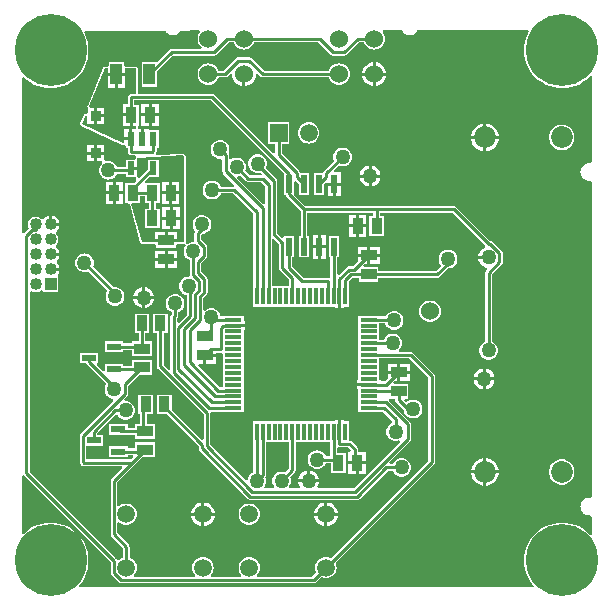
<source format=gbr>
%TF.GenerationSoftware,Altium Limited,Altium Designer,18.1.9 (240)*%
G04 Layer_Physical_Order=2*
G04 Layer_Color=16711680*
%FSLAX26Y26*%
%MOIN*%
%TF.FileFunction,Copper,L2,Bot,Signal*%
%TF.Part,Single*%
G01*
G75*
%TA.AperFunction,SMDPad,CuDef*%
%ADD10R,0.037402X0.053150*%
%ADD15R,0.053150X0.037402*%
%TA.AperFunction,Conductor*%
%ADD17C,0.010000*%
%TA.AperFunction,ComponentPad*%
%ADD18C,0.060000*%
%ADD19R,0.040000X0.040000*%
%ADD20C,0.040000*%
%ADD21C,0.072835*%
%ADD22R,0.059055X0.059055*%
%ADD23C,0.059055*%
%ADD24C,0.058976*%
%TA.AperFunction,ViaPad*%
%ADD25C,0.050000*%
%ADD26C,0.240000*%
%TA.AperFunction,SMDPad,CuDef*%
%ADD27R,0.023622X0.059055*%
%ADD28R,0.049213X0.023622*%
%ADD29R,0.023620X0.047240*%
%ADD30R,0.023000X0.047240*%
%ADD31R,0.037402X0.035433*%
%ADD32R,0.039370X0.070866*%
%ADD33R,0.058071X0.011811*%
%ADD34R,0.011811X0.058071*%
G36*
X4421118Y4083474D02*
X4416299Y4074756D01*
X4410883Y4061681D01*
X4406966Y4048082D01*
X4404595Y4034130D01*
X4403801Y4020000D01*
X4404595Y4005870D01*
X4406966Y3991918D01*
X4410883Y3978319D01*
X4416299Y3965244D01*
X4423145Y3952858D01*
X4431334Y3941316D01*
X4440764Y3930764D01*
X4451316Y3921334D01*
X4462858Y3913145D01*
X4475244Y3906299D01*
X4488319Y3900883D01*
X4501918Y3896966D01*
X4515870Y3894595D01*
X4530000Y3893802D01*
X4544130Y3894595D01*
X4558082Y3896966D01*
X4571681Y3900883D01*
X4584756Y3906299D01*
X4597142Y3913145D01*
X4608684Y3921334D01*
X4619236Y3930764D01*
X4624000Y3936095D01*
X4630000Y3933805D01*
Y3648824D01*
X4624000Y3644512D01*
X4621024Y3644805D01*
X4615217Y3644233D01*
X4609633Y3642539D01*
X4604487Y3639788D01*
X4599976Y3636087D01*
X4596275Y3631576D01*
X4593524Y3626430D01*
X4591830Y3620846D01*
X4591258Y3615039D01*
X4591830Y3609233D01*
X4593524Y3603649D01*
X4596275Y3598503D01*
X4599976Y3593992D01*
X4604487Y3590291D01*
X4609633Y3587540D01*
X4615217Y3585846D01*
X4621024Y3585274D01*
X4624000Y3585567D01*
X4630000Y3581255D01*
Y2533824D01*
X4624000Y2529512D01*
X4621024Y2529805D01*
X4615217Y2529233D01*
X4609633Y2527539D01*
X4604487Y2524788D01*
X4599976Y2521087D01*
X4596275Y2516576D01*
X4593524Y2511430D01*
X4591830Y2505846D01*
X4591258Y2500039D01*
X4591830Y2494233D01*
X4593524Y2488649D01*
X4596275Y2483503D01*
X4599976Y2478992D01*
X4604487Y2475291D01*
X4609633Y2472540D01*
X4615217Y2470846D01*
X4621024Y2470274D01*
X4624000Y2470567D01*
X4630000Y2466255D01*
Y2406195D01*
X4624000Y2403905D01*
X4619236Y2409236D01*
X4608684Y2418666D01*
X4597142Y2426855D01*
X4584756Y2433701D01*
X4571681Y2439117D01*
X4558082Y2443034D01*
X4544130Y2445405D01*
X4530000Y2446198D01*
X4515870Y2445405D01*
X4501918Y2443034D01*
X4488319Y2439117D01*
X4475244Y2433701D01*
X4462858Y2426855D01*
X4451316Y2418666D01*
X4440764Y2409236D01*
X4431334Y2398684D01*
X4423145Y2387142D01*
X4416299Y2374756D01*
X4410883Y2361681D01*
X4406966Y2348082D01*
X4404595Y2334130D01*
X4403801Y2320000D01*
X4404595Y2305870D01*
X4406966Y2291918D01*
X4410883Y2278319D01*
X4416299Y2265244D01*
X4423145Y2252858D01*
X4431334Y2241316D01*
X4436085Y2236000D01*
X4433400Y2230000D01*
X2921600D01*
X2918915Y2236000D01*
X2923666Y2241316D01*
X2931855Y2252858D01*
X2938701Y2265244D01*
X2944117Y2278319D01*
X2948034Y2291918D01*
X2950405Y2305870D01*
X2951198Y2320000D01*
X2950405Y2334130D01*
X2948034Y2348082D01*
X2944117Y2361681D01*
X2938701Y2374756D01*
X2931855Y2387142D01*
X2923666Y2398684D01*
X2914236Y2409236D01*
X2903684Y2418666D01*
X2892142Y2426855D01*
X2879756Y2433701D01*
X2866681Y2439117D01*
X2853082Y2443034D01*
X2839130Y2445405D01*
X2825000Y2446198D01*
X2810870Y2445405D01*
X2796918Y2443034D01*
X2783319Y2439117D01*
X2770244Y2433701D01*
X2757858Y2426855D01*
X2746316Y2418666D01*
X2736000Y2409447D01*
X2734092Y2409636D01*
X2730000Y2411198D01*
Y2601320D01*
X2736000Y2603356D01*
X2736155Y2603155D01*
X3025464Y2313845D01*
Y2279647D01*
X3025842Y2276775D01*
X3026950Y2274099D01*
X3028714Y2271801D01*
X3053360Y2247155D01*
X3053360Y2247155D01*
X3055658Y2245391D01*
X3058334Y2244283D01*
X3061206Y2243905D01*
X3061206Y2243905D01*
X3701535D01*
X3704407Y2244283D01*
X3707083Y2245392D01*
X3709381Y2247155D01*
X3726955Y2264729D01*
X3729306Y2263472D01*
X3735996Y2261443D01*
X3742953Y2260757D01*
X3749910Y2261443D01*
X3756599Y2263472D01*
X3762764Y2266767D01*
X3768168Y2271202D01*
X3772603Y2276606D01*
X3775898Y2282771D01*
X3777927Y2289460D01*
X3778613Y2296417D01*
X3777927Y2303374D01*
X3775898Y2310064D01*
X3774641Y2312415D01*
X4102845Y2640619D01*
X4104609Y2642917D01*
X4105717Y2645593D01*
X4106095Y2648465D01*
Y2935000D01*
X4105717Y2937872D01*
X4104609Y2940548D01*
X4102845Y2942845D01*
X4033318Y3012373D01*
X4031020Y3014136D01*
X4028344Y3015244D01*
X4025472Y3015622D01*
X3987527D01*
X3985380Y3021622D01*
X3987026Y3022974D01*
X3990900Y3027694D01*
X3993779Y3033079D01*
X3995552Y3038923D01*
X3996150Y3045000D01*
X3995552Y3051077D01*
X3993779Y3056921D01*
X3990900Y3062306D01*
X3987026Y3067026D01*
X3982306Y3070900D01*
X3976921Y3073779D01*
X3971077Y3075552D01*
X3965000Y3076150D01*
X3958923Y3075552D01*
X3953079Y3073779D01*
X3947694Y3070900D01*
X3942974Y3067026D01*
X3939100Y3062306D01*
X3936221Y3056921D01*
X3935971Y3056095D01*
X3920941D01*
Y3111543D01*
X3940171D01*
X3941221Y3108079D01*
X3944100Y3102694D01*
X3947974Y3097974D01*
X3952694Y3094100D01*
X3958079Y3091221D01*
X3963923Y3089448D01*
X3970000Y3088850D01*
X3976077Y3089448D01*
X3981921Y3091221D01*
X3987306Y3094100D01*
X3992026Y3097974D01*
X3995900Y3102694D01*
X3998779Y3108079D01*
X4000552Y3113923D01*
X4001150Y3120000D01*
X4000552Y3126077D01*
X3998779Y3131921D01*
X3995900Y3137306D01*
X3992026Y3142026D01*
X3987306Y3145900D01*
X3981921Y3148779D01*
X3976077Y3150552D01*
X3970000Y3151150D01*
X3963923Y3150552D01*
X3958079Y3148779D01*
X3952694Y3145900D01*
X3947974Y3142026D01*
X3944100Y3137306D01*
X3942190Y3133733D01*
X3920941D01*
Y3134543D01*
X3850870D01*
Y3091047D01*
Y3051677D01*
Y3012307D01*
Y2972937D01*
Y2922008D01*
X3846870D01*
Y2911102D01*
X3885906D01*
Y2901102D01*
X3846870D01*
Y2890197D01*
X3850870D01*
Y2854827D01*
Y2815457D01*
X3920941D01*
Y2816267D01*
X3933042D01*
X3963905Y2785404D01*
Y2778118D01*
X3963079Y2777867D01*
X3957694Y2774989D01*
X3952974Y2771115D01*
X3949100Y2766394D01*
X3946221Y2761009D01*
X3944448Y2755166D01*
X3943850Y2749088D01*
X3944448Y2743011D01*
X3946221Y2737168D01*
X3949100Y2731782D01*
X3952974Y2727062D01*
X3957694Y2723188D01*
X3963079Y2720310D01*
X3968923Y2718537D01*
X3975000Y2717938D01*
X3981077Y2718537D01*
X3986921Y2720310D01*
X3987189Y2720453D01*
X3990802Y2715581D01*
X3835316Y2560095D01*
X3717600D01*
X3715304Y2563765D01*
X3714581Y2566095D01*
X3717492Y2571541D01*
X3719494Y2578139D01*
X3719677Y2580000D01*
X3650323D01*
X3650506Y2578139D01*
X3652508Y2571541D01*
X3655419Y2566095D01*
X3654696Y2563765D01*
X3652400Y2560095D01*
X3621986D01*
X3619148Y2566095D01*
X3620900Y2568230D01*
X3623779Y2573615D01*
X3625552Y2579459D01*
X3626150Y2585536D01*
X3625552Y2591613D01*
X3623779Y2597456D01*
X3623372Y2598217D01*
X3638317Y2613162D01*
X3638318Y2613163D01*
X3640081Y2615461D01*
X3641189Y2618136D01*
X3641567Y2621008D01*
Y2714059D01*
X3757173D01*
Y2666995D01*
X3742332D01*
X3742081Y2667821D01*
X3739203Y2673206D01*
X3735329Y2677927D01*
X3730609Y2681801D01*
X3725223Y2684679D01*
X3719380Y2686452D01*
X3713303Y2687050D01*
X3707226Y2686452D01*
X3701382Y2684679D01*
X3695997Y2681801D01*
X3691276Y2677927D01*
X3687402Y2673206D01*
X3684524Y2667821D01*
X3682751Y2661977D01*
X3682153Y2655900D01*
X3682751Y2649823D01*
X3684524Y2643980D01*
X3687402Y2638594D01*
X3691276Y2633874D01*
X3695997Y2630000D01*
X3701382Y2627122D01*
X3707226Y2625349D01*
X3713303Y2624750D01*
X3719380Y2625349D01*
X3725223Y2627122D01*
X3730609Y2630000D01*
X3735329Y2633874D01*
X3739203Y2638594D01*
X3742081Y2643980D01*
X3742332Y2644805D01*
X3758803D01*
Y2612512D01*
X3808205D01*
Y2677661D01*
X3779363D01*
Y2694527D01*
X3779493Y2694738D01*
X3785020Y2698303D01*
X3785363Y2698305D01*
X3787953Y2697964D01*
X3816345D01*
X3826648Y2687661D01*
X3824682Y2681661D01*
X3817795D01*
Y2650086D01*
X3846496D01*
X3875197D01*
Y2681661D01*
X3850229D01*
Y2690866D01*
X3849851Y2693738D01*
X3848742Y2696414D01*
X3846979Y2698711D01*
X3846979Y2698712D01*
X3828786Y2716904D01*
X3826488Y2718668D01*
X3823813Y2719776D01*
X3820941Y2720154D01*
X3819543D01*
Y2784130D01*
X3803858D01*
Y2788130D01*
X3792953D01*
Y2749094D01*
X3782953D01*
Y2788130D01*
X3772047D01*
Y2784130D01*
X3500457D01*
Y2714059D01*
X3501267D01*
Y2614029D01*
X3500442Y2613779D01*
X3495056Y2610900D01*
X3490336Y2607026D01*
X3486462Y2602306D01*
X3483583Y2596921D01*
X3481811Y2591077D01*
X3481608Y2589019D01*
X3475359Y2586782D01*
X3357105Y2705036D01*
Y2811362D01*
X3361774Y2816085D01*
X3362271Y2816267D01*
X3399059D01*
Y2815457D01*
X3469130D01*
Y2854827D01*
Y2894197D01*
Y2933567D01*
Y2972937D01*
Y3012307D01*
Y3051677D01*
Y3087047D01*
X3473130D01*
Y3097953D01*
X3434094D01*
Y3107953D01*
X3473130D01*
Y3118858D01*
X3469130D01*
Y3134543D01*
X3399059D01*
Y3133733D01*
X3390782D01*
X3390552Y3136077D01*
X3388779Y3141921D01*
X3385900Y3147306D01*
X3382026Y3152026D01*
X3377306Y3155900D01*
X3371921Y3158779D01*
X3366077Y3160552D01*
X3360000Y3161150D01*
X3353923Y3160552D01*
X3348079Y3158779D01*
X3342694Y3155900D01*
X3339260Y3153082D01*
X3334893Y3154454D01*
X3333260Y3155741D01*
Y3194030D01*
X3344845Y3205616D01*
X3346608Y3207914D01*
X3347717Y3210589D01*
X3348095Y3213461D01*
Y3256539D01*
X3347717Y3259411D01*
X3346608Y3262086D01*
X3344845Y3264384D01*
X3327095Y3282135D01*
Y3310493D01*
X3343845Y3327243D01*
X3345608Y3329541D01*
X3346717Y3332217D01*
X3347095Y3335088D01*
Y3364912D01*
X3346717Y3367783D01*
X3345608Y3370459D01*
X3343845Y3372757D01*
X3326095Y3390507D01*
Y3405404D01*
X3329560Y3408869D01*
X3335443Y3409448D01*
X3341287Y3411221D01*
X3346672Y3414100D01*
X3351393Y3417974D01*
X3355267Y3422694D01*
X3358145Y3428079D01*
X3359918Y3433923D01*
X3360516Y3440000D01*
X3359918Y3446077D01*
X3358145Y3451921D01*
X3355267Y3457306D01*
X3351393Y3462026D01*
X3346672Y3465900D01*
X3341287Y3468779D01*
X3335443Y3470552D01*
X3329366Y3471150D01*
X3323289Y3470552D01*
X3317446Y3468779D01*
X3312060Y3465900D01*
X3307340Y3462026D01*
X3303466Y3457306D01*
X3300587Y3451921D01*
X3298815Y3446077D01*
X3298216Y3440000D01*
X3298815Y3433923D01*
X3300587Y3428079D01*
X3303466Y3422694D01*
X3307314Y3418005D01*
X3307155Y3417845D01*
X3305392Y3415548D01*
X3304283Y3412872D01*
X3303905Y3410000D01*
Y3386794D01*
X3302937Y3384731D01*
X3302462Y3384152D01*
X3299171Y3381182D01*
X3298740Y3381026D01*
X3293923Y3380552D01*
X3288079Y3378779D01*
X3282694Y3375900D01*
X3281039Y3374542D01*
X3276019Y3377499D01*
X3275705Y3377927D01*
X3275904Y3378926D01*
X3276117Y3380000D01*
Y3483214D01*
Y3666381D01*
X3276104Y3666450D01*
X3276116Y3666521D01*
X3275871Y3667619D01*
X3275652Y3668722D01*
X3275612Y3668781D01*
X3275597Y3668850D01*
X3274950Y3669772D01*
X3274326Y3670706D01*
X3274267Y3670746D01*
X3274226Y3670804D01*
X3270610Y3674258D01*
X3270550Y3674296D01*
X3270508Y3674354D01*
X3269544Y3674936D01*
X3268596Y3675539D01*
X3268526Y3675551D01*
X3268465Y3675588D01*
X3267351Y3675757D01*
X3266245Y3675951D01*
X3266175Y3675935D01*
X3266105Y3675946D01*
X3177674Y3671902D01*
X3175076Y3677789D01*
X3175247Y3677960D01*
X3177010Y3680258D01*
X3178119Y3682933D01*
X3178497Y3685805D01*
Y3695377D01*
X3184900D01*
Y3754617D01*
X3151500D01*
Y3758617D01*
X3135000D01*
Y3724998D01*
X3125000D01*
Y3758617D01*
X3116117D01*
Y3767290D01*
X3118205Y3772425D01*
X3118205Y3772425D01*
X3118205Y3772425D01*
Y3837575D01*
X3104599D01*
Y3853905D01*
X3359498D01*
X3599006Y3614397D01*
X3602189Y3609858D01*
X3602189D01*
X3602189Y3609858D01*
Y3538803D01*
X3609063D01*
X3609283Y3537128D01*
X3610392Y3534452D01*
X3612155Y3532155D01*
X3658905Y3485404D01*
Y3401197D01*
X3652189D01*
Y3330142D01*
X3687811D01*
Y3401197D01*
X3681095D01*
Y3478905D01*
X3900401D01*
Y3467575D01*
X3886795D01*
Y3402425D01*
X3936197D01*
Y3467575D01*
X3922591D01*
Y3478905D01*
X4165404D01*
X4274615Y3369695D01*
X4272917Y3362910D01*
X4271541Y3362492D01*
X4265461Y3359242D01*
X4260132Y3354869D01*
X4255758Y3349539D01*
X4252508Y3343459D01*
X4250506Y3336861D01*
X4250323Y3335000D01*
X4285000D01*
Y3325000D01*
X4250323D01*
X4250506Y3323139D01*
X4252508Y3316541D01*
X4255758Y3310461D01*
X4260132Y3305131D01*
X4265461Y3300758D01*
X4271541Y3297508D01*
X4277451Y3295715D01*
X4278587Y3293557D01*
X4279559Y3289338D01*
X4277155Y3286934D01*
X4275391Y3284636D01*
X4274283Y3281960D01*
X4273905Y3279088D01*
Y3049029D01*
X4273079Y3048779D01*
X4267694Y3045900D01*
X4262974Y3042026D01*
X4259100Y3037306D01*
X4256221Y3031921D01*
X4254449Y3026077D01*
X4253850Y3020000D01*
X4254449Y3013923D01*
X4256221Y3008079D01*
X4259100Y3002694D01*
X4262974Y2997974D01*
X4267694Y2994100D01*
X4273079Y2991221D01*
X4278923Y2989448D01*
X4285000Y2988850D01*
X4291077Y2989448D01*
X4296921Y2991221D01*
X4302306Y2994100D01*
X4307026Y2997974D01*
X4310900Y3002694D01*
X4313779Y3008079D01*
X4315551Y3013923D01*
X4316150Y3020000D01*
X4315551Y3026077D01*
X4313779Y3031921D01*
X4310900Y3037306D01*
X4307026Y3042026D01*
X4302306Y3045900D01*
X4296921Y3048779D01*
X4296095Y3049029D01*
Y3274493D01*
X4328845Y3307243D01*
X4330609Y3309541D01*
X4331717Y3312217D01*
X4332095Y3315088D01*
Y3344912D01*
X4331717Y3347783D01*
X4330609Y3350459D01*
X4328845Y3352757D01*
X4298757Y3382845D01*
X4296459Y3384608D01*
X4293783Y3385717D01*
X4290912Y3386095D01*
X4289596D01*
X4177845Y3497845D01*
X4175547Y3499608D01*
X4172872Y3500717D01*
X4170000Y3501095D01*
X3915001D01*
X3915000Y3501095D01*
X3914999Y3501095D01*
X3674596D01*
X3641251Y3534440D01*
X3637811Y3538803D01*
X3637811D01*
X3637811Y3538803D01*
Y3582344D01*
X3643811Y3584829D01*
X3652189Y3576451D01*
Y3538803D01*
X3687811D01*
Y3609858D01*
X3663702D01*
X3657906Y3610072D01*
X3657528Y3612943D01*
X3656420Y3615619D01*
X3654656Y3617917D01*
X3654656Y3617917D01*
X3596095Y3676478D01*
Y3709472D01*
X3620528D01*
Y3780528D01*
X3549472D01*
Y3709472D01*
X3573905D01*
Y3679365D01*
X3567905Y3676880D01*
X3371939Y3872845D01*
X3369642Y3874608D01*
X3366966Y3875717D01*
X3364094Y3876095D01*
X3116216D01*
X3116117Y3876216D01*
Y3960000D01*
X3115652Y3962341D01*
X3114326Y3964326D01*
X3112341Y3965652D01*
X3110000Y3966117D01*
X3074055D01*
X3070055Y3971210D01*
Y3981433D01*
X3018685D01*
Y3971210D01*
X3014685Y3966117D01*
X3004881D01*
X3004856Y3966113D01*
X3004831Y3966117D01*
X3003690Y3965881D01*
X3002540Y3965652D01*
X3002519Y3965638D01*
X3002494Y3965633D01*
X3001529Y3964977D01*
X3000555Y3964326D01*
X3000541Y3964305D01*
X3000520Y3964291D01*
X2999877Y3963311D01*
X2999229Y3962341D01*
X2999224Y3962316D01*
X2999210Y3962295D01*
X2948158Y3836166D01*
X2948047Y3835586D01*
X2947824Y3835040D01*
X2947826Y3834425D01*
X2947711Y3833821D01*
X2947831Y3833243D01*
X2947834Y3832653D01*
X2948071Y3832086D01*
X2948196Y3831484D01*
X2948528Y3830996D01*
X2948530Y3830991D01*
X2950299Y3825724D01*
X2950299Y3825724D01*
Y3813517D01*
X2949836Y3812646D01*
X2944299Y3808810D01*
X2942561Y3809148D01*
X2941946Y3809146D01*
X2941342Y3809261D01*
X2940764Y3809141D01*
X2940174Y3809139D01*
X2939607Y3808901D01*
X2939005Y3808776D01*
X2938516Y3808444D01*
X2937972Y3808216D01*
X2937539Y3807780D01*
X2937031Y3807434D01*
X2936707Y3806941D01*
X2936291Y3806522D01*
X2936058Y3805953D01*
X2935721Y3805439D01*
X2924329Y3777295D01*
X2924138Y3776289D01*
X2923890Y3775296D01*
X2923916Y3775123D01*
X2923883Y3774950D01*
X2924091Y3773948D01*
X2924241Y3772936D01*
X2924332Y3772785D01*
X2924367Y3772613D01*
X2924943Y3771767D01*
X2925470Y3770889D01*
X2925611Y3770785D01*
X2925709Y3770639D01*
X2926566Y3770077D01*
X2927388Y3769468D01*
X3064264Y3704832D01*
X3064919Y3704669D01*
X3065538Y3704395D01*
X3066067Y3704382D01*
X3066580Y3704254D01*
X3067248Y3704353D01*
X3067924Y3704337D01*
X3068418Y3704527D01*
X3068941Y3704605D01*
X3069100Y3704701D01*
X3071090Y3704194D01*
X3071875Y3703815D01*
X3075100Y3701229D01*
Y3695377D01*
X3081503D01*
Y3681385D01*
X3081881Y3678514D01*
X3082990Y3675838D01*
X3084753Y3673540D01*
X3087051Y3671777D01*
X3089727Y3670669D01*
X3092598Y3670291D01*
X3107672D01*
X3109279Y3667566D01*
X3109929Y3664291D01*
X3109658Y3663885D01*
X3109146Y3663314D01*
X3109001Y3662902D01*
X3108758Y3662538D01*
X3108608Y3661786D01*
X3108354Y3661062D01*
X3104354Y3656197D01*
X3074790D01*
Y3631607D01*
X3046860D01*
X3046610Y3632432D01*
X3043731Y3637818D01*
X3039857Y3642538D01*
X3035137Y3646412D01*
X3029751Y3649291D01*
X3023908Y3651063D01*
X3017831Y3651662D01*
X3011754Y3651063D01*
X3009701Y3650441D01*
X3003701Y3654648D01*
Y3672992D01*
X2980000D01*
Y3650276D01*
X2995775D01*
X2997921Y3644276D01*
X2995805Y3642538D01*
X2991931Y3637818D01*
X2989052Y3632432D01*
X2987279Y3626589D01*
X2986681Y3620512D01*
X2987279Y3614435D01*
X2989052Y3608591D01*
X2991931Y3603206D01*
X2995805Y3598485D01*
X3000525Y3594611D01*
X3005910Y3591733D01*
X3011754Y3589960D01*
X3017831Y3589362D01*
X3023908Y3589960D01*
X3029751Y3591733D01*
X3035137Y3594611D01*
X3039857Y3598485D01*
X3043731Y3603206D01*
X3046610Y3608591D01*
X3046860Y3609417D01*
X3074790D01*
Y3596957D01*
X3108293D01*
Y3596515D01*
X3108758Y3594174D01*
X3110084Y3592190D01*
X3110084Y3592189D01*
X3110633Y3585497D01*
X3102711Y3577575D01*
X3073488D01*
Y3512425D01*
X3082590D01*
X3084124Y3511734D01*
X3084554Y3511437D01*
X3087856Y3507605D01*
X3087994Y3507206D01*
X3088027Y3506786D01*
X3124110Y3378345D01*
X3124277Y3378018D01*
X3124348Y3377659D01*
X3124813Y3376963D01*
X3125192Y3376217D01*
X3125471Y3375979D01*
X3125674Y3375674D01*
X3126370Y3375209D01*
X3127005Y3374666D01*
X3127354Y3374552D01*
X3127659Y3374348D01*
X3128480Y3374185D01*
X3129275Y3373926D01*
X3129640Y3373954D01*
X3130000Y3373882D01*
X3173425D01*
X3177425Y3368790D01*
Y3361795D01*
X3242575D01*
Y3368790D01*
X3246575Y3373882D01*
X3270000D01*
X3272073Y3374295D01*
X3272501Y3373981D01*
X3275458Y3368961D01*
X3274100Y3367306D01*
X3271221Y3361921D01*
X3269448Y3356077D01*
X3268850Y3350000D01*
X3269448Y3343923D01*
X3271221Y3338079D01*
X3274100Y3332694D01*
X3277974Y3327974D01*
X3282694Y3324100D01*
X3288079Y3321221D01*
X3288905Y3320971D01*
Y3271794D01*
X3287937Y3269731D01*
X3287462Y3269152D01*
X3284171Y3266182D01*
X3283740Y3266026D01*
X3278923Y3265552D01*
X3273079Y3263779D01*
X3267694Y3260900D01*
X3262974Y3257026D01*
X3259100Y3252306D01*
X3256221Y3246921D01*
X3254448Y3241077D01*
X3253850Y3235000D01*
X3254448Y3228923D01*
X3256221Y3223079D01*
X3259100Y3217694D01*
X3262974Y3212974D01*
X3267694Y3209100D01*
X3273079Y3206221D01*
X3278923Y3204448D01*
X3279070Y3204434D01*
Y3138849D01*
X3251638Y3111417D01*
X3246095Y3113713D01*
Y3127325D01*
X3247845Y3129075D01*
X3249608Y3131373D01*
X3250717Y3134049D01*
X3251095Y3136921D01*
X3251095Y3136921D01*
Y3148028D01*
X3251921Y3148278D01*
X3257306Y3151157D01*
X3262026Y3155031D01*
X3265900Y3159751D01*
X3268779Y3165137D01*
X3270552Y3170980D01*
X3271150Y3177057D01*
X3270552Y3183134D01*
X3268779Y3188978D01*
X3265900Y3194363D01*
X3262026Y3199084D01*
X3257306Y3202957D01*
X3251921Y3205836D01*
X3246077Y3207609D01*
X3240000Y3208207D01*
X3233923Y3207609D01*
X3228079Y3205836D01*
X3222694Y3202957D01*
X3217974Y3199084D01*
X3214100Y3194363D01*
X3211221Y3188978D01*
X3209448Y3183134D01*
X3208850Y3177057D01*
X3209448Y3170980D01*
X3211221Y3165137D01*
X3214100Y3159751D01*
X3217974Y3155031D01*
X3222694Y3151157D01*
X3228079Y3148278D01*
X3228905Y3148028D01*
Y3141516D01*
X3227155Y3139766D01*
X3225392Y3137468D01*
X3224283Y3134792D01*
X3223905Y3131921D01*
Y2956997D01*
X3218362Y2954701D01*
X3201607Y2971456D01*
Y3077425D01*
X3215213D01*
Y3142575D01*
X3165811D01*
Y3077425D01*
X3179417D01*
Y2966861D01*
X3179795Y2963989D01*
X3180903Y2961313D01*
X3182666Y2959015D01*
X3334916Y2806767D01*
Y2724126D01*
X3329372Y2721830D01*
X3228425Y2822777D01*
Y2872575D01*
X3179024D01*
Y2807425D01*
X3212396D01*
X3318916Y2700906D01*
Y2693813D01*
X3319294Y2690941D01*
X3320402Y2688265D01*
X3322165Y2685968D01*
X3482978Y2525155D01*
X3482978Y2525155D01*
X3485276Y2523392D01*
X3487952Y2522283D01*
X3490823Y2521905D01*
X3847464D01*
X3850336Y2522283D01*
X3853012Y2523392D01*
X3855310Y2525155D01*
X3949060Y2618905D01*
X3965971D01*
X3966221Y2618079D01*
X3969100Y2612694D01*
X3972974Y2607974D01*
X3977694Y2604100D01*
X3983079Y2601221D01*
X3988923Y2599448D01*
X3995000Y2598850D01*
X4001077Y2599448D01*
X4006921Y2601221D01*
X4012306Y2604100D01*
X4017026Y2607974D01*
X4020900Y2612694D01*
X4023779Y2618079D01*
X4025552Y2623923D01*
X4026150Y2630000D01*
X4025552Y2636077D01*
X4023779Y2641921D01*
X4020900Y2647306D01*
X4017026Y2652026D01*
X4012306Y2655900D01*
X4006921Y2658779D01*
X4001077Y2660552D01*
X3995000Y2661150D01*
X3988923Y2660552D01*
X3983079Y2658779D01*
X3977694Y2655900D01*
X3972974Y2652026D01*
X3969100Y2647306D01*
X3966221Y2641921D01*
X3965971Y2641095D01*
X3955537D01*
X3953240Y2646638D01*
X4022845Y2716243D01*
X4024608Y2718541D01*
X4025717Y2721217D01*
X4026095Y2724088D01*
Y2774088D01*
X4025717Y2776960D01*
X4024608Y2779636D01*
X4022845Y2781934D01*
X3951658Y2853121D01*
X3954461Y2858803D01*
X3973905D01*
Y2855000D01*
X3974283Y2852128D01*
X3975392Y2849452D01*
X3977155Y2847155D01*
X4002480Y2821829D01*
X4002766Y2818923D01*
X4004539Y2813079D01*
X4007417Y2807694D01*
X4011291Y2802974D01*
X4016012Y2799100D01*
X4021397Y2796221D01*
X4027241Y2794448D01*
X4033318Y2793850D01*
X4039395Y2794448D01*
X4045238Y2796221D01*
X4050624Y2799100D01*
X4055344Y2802974D01*
X4059218Y2807694D01*
X4062097Y2813079D01*
X4063869Y2818923D01*
X4064468Y2825000D01*
X4063869Y2831077D01*
X4062097Y2836921D01*
X4059218Y2842306D01*
X4055344Y2847026D01*
X4050624Y2850900D01*
X4045238Y2853779D01*
X4039395Y2855552D01*
X4033318Y2856150D01*
X4027241Y2855552D01*
X4021397Y2853779D01*
X4016012Y2850900D01*
X4011291Y2847026D01*
X4008787Y2846903D01*
X4002431Y2853260D01*
X4004727Y2858803D01*
X4017575D01*
Y2908205D01*
X3970239D01*
X3967943Y2913748D01*
X3971990Y2917795D01*
X3980000D01*
Y2941496D01*
X3948425D01*
Y2925612D01*
X3940011Y2917197D01*
X3924941D01*
Y2922008D01*
X3920941D01*
Y2953252D01*
Y2993433D01*
X4020877D01*
X4083905Y2930404D01*
Y2653060D01*
X3758951Y2328106D01*
X3756599Y2329363D01*
X3749910Y2331392D01*
X3742953Y2332077D01*
X3735996Y2331392D01*
X3729306Y2329363D01*
X3723141Y2326067D01*
X3717737Y2321633D01*
X3713303Y2316229D01*
X3710007Y2310064D01*
X3707978Y2303374D01*
X3707293Y2296417D01*
X3707978Y2289460D01*
X3710007Y2282771D01*
X3711264Y2280419D01*
X3696940Y2266095D01*
X3515498D01*
X3513816Y2268749D01*
X3512995Y2272095D01*
X3516697Y2276606D01*
X3519993Y2282771D01*
X3522022Y2289460D01*
X3522707Y2296417D01*
X3522022Y2303374D01*
X3519993Y2310064D01*
X3516697Y2316229D01*
X3512263Y2321633D01*
X3506859Y2326067D01*
X3500694Y2329363D01*
X3494004Y2331392D01*
X3487047Y2332077D01*
X3480090Y2331392D01*
X3473401Y2329363D01*
X3467236Y2326067D01*
X3461832Y2321633D01*
X3457397Y2316229D01*
X3454102Y2310064D01*
X3452073Y2303374D01*
X3451387Y2296417D01*
X3452073Y2289460D01*
X3454102Y2282771D01*
X3457397Y2276606D01*
X3461099Y2272095D01*
X3460278Y2268749D01*
X3458597Y2266095D01*
X3361403D01*
X3359722Y2268749D01*
X3358901Y2272095D01*
X3362603Y2276606D01*
X3365898Y2282771D01*
X3367927Y2289460D01*
X3368613Y2296417D01*
X3367927Y2303374D01*
X3365898Y2310064D01*
X3362603Y2316229D01*
X3358168Y2321633D01*
X3352764Y2326067D01*
X3346599Y2329363D01*
X3339910Y2331392D01*
X3332953Y2332077D01*
X3325996Y2331392D01*
X3319306Y2329363D01*
X3313141Y2326067D01*
X3307737Y2321633D01*
X3303303Y2316229D01*
X3300007Y2310064D01*
X3297978Y2303374D01*
X3297293Y2296417D01*
X3297978Y2289460D01*
X3300007Y2282771D01*
X3303303Y2276606D01*
X3307005Y2272095D01*
X3306184Y2268749D01*
X3304502Y2266095D01*
X3105498D01*
X3103816Y2268749D01*
X3102995Y2272095D01*
X3106697Y2276606D01*
X3109993Y2282771D01*
X3112022Y2289460D01*
X3112707Y2296417D01*
X3112022Y2303374D01*
X3109993Y2310064D01*
X3106697Y2316229D01*
X3102263Y2321633D01*
X3096859Y2326067D01*
X3090694Y2329363D01*
X3088142Y2330137D01*
Y2366180D01*
X3088142Y2366181D01*
X3087764Y2369053D01*
X3086656Y2371729D01*
X3084892Y2374026D01*
X3047654Y2411265D01*
Y2444424D01*
X3053654Y2446872D01*
X3057236Y2443933D01*
X3063401Y2440637D01*
X3070090Y2438608D01*
X3077047Y2437923D01*
X3084004Y2438608D01*
X3090694Y2440637D01*
X3096859Y2443933D01*
X3102263Y2448367D01*
X3106697Y2453771D01*
X3109993Y2459936D01*
X3112022Y2466626D01*
X3112707Y2473583D01*
X3112022Y2480540D01*
X3109993Y2487229D01*
X3106697Y2493394D01*
X3102263Y2498798D01*
X3096859Y2503233D01*
X3090694Y2506528D01*
X3084004Y2508557D01*
X3077047Y2509243D01*
X3070090Y2508557D01*
X3063401Y2506528D01*
X3057236Y2503233D01*
X3053654Y2500294D01*
X3047654Y2502741D01*
Y2580940D01*
X3104585Y2637871D01*
X3131501Y2664787D01*
X3173086D01*
Y2714189D01*
X3107937D01*
Y2693693D01*
X3081945D01*
Y2700409D01*
X3020732D01*
Y2664787D01*
X3081945D01*
Y2671503D01*
X3098997D01*
X3101293Y2665960D01*
X3092144Y2656811D01*
X2944150D01*
Y2702189D01*
X2999267D01*
Y2737811D01*
X2979756D01*
Y2744066D01*
X3040934Y2805243D01*
X3048323Y2804147D01*
X3049100Y2802694D01*
X3052974Y2797974D01*
X3057694Y2794100D01*
X3063079Y2791221D01*
X3068923Y2789448D01*
X3075000Y2788850D01*
X3081077Y2789448D01*
X3086921Y2791221D01*
X3092306Y2794100D01*
X3097026Y2797974D01*
X3100900Y2802694D01*
X3103779Y2808079D01*
X3105552Y2813923D01*
X3106150Y2820000D01*
X3105552Y2826077D01*
X3103779Y2831921D01*
X3100900Y2837306D01*
X3097026Y2842026D01*
X3092306Y2845900D01*
X3086921Y2848779D01*
X3081077Y2850552D01*
X3075000Y2851150D01*
X3072311Y2850885D01*
X3069586Y2856646D01*
X3080184Y2867243D01*
X3081947Y2869541D01*
X3083055Y2872217D01*
X3083433Y2875088D01*
Y2902231D01*
X3120990Y2939787D01*
X3162575D01*
Y2989189D01*
X3097425D01*
Y2968693D01*
X3066945D01*
Y2975409D01*
X3005732D01*
Y2952798D01*
X3000189Y2950502D01*
X2979045Y2971646D01*
X2981341Y2977189D01*
X2984267D01*
Y3012811D01*
X2923055D01*
Y2977189D01*
X2943474D01*
X2944053Y2975791D01*
X2945816Y2973494D01*
X3011144Y2908166D01*
X3010438Y2907306D01*
X3007559Y2901921D01*
X3005787Y2896077D01*
X3005188Y2890000D01*
X3005787Y2883923D01*
X3007559Y2878079D01*
X3010438Y2872694D01*
X3014312Y2867974D01*
X3019032Y2864100D01*
X3024418Y2861221D01*
X3030261Y2859448D01*
X3032320Y2859246D01*
X3034556Y2852997D01*
X2933998Y2752439D01*
X2933951Y2752419D01*
X2931653Y2750656D01*
X2925210Y2744213D01*
X2923446Y2741915D01*
X2922338Y2739239D01*
X2921960Y2736367D01*
Y2647661D01*
X2922338Y2644790D01*
X2923446Y2642114D01*
X2925210Y2639816D01*
X2927155Y2637871D01*
X2929452Y2636108D01*
X2932128Y2634999D01*
X2935000Y2634621D01*
X3062115D01*
X3064411Y2629078D01*
X3028714Y2593381D01*
X3026950Y2591083D01*
X3025842Y2588407D01*
X3025464Y2585536D01*
Y2406669D01*
X3025842Y2403798D01*
X3026950Y2401122D01*
X3028714Y2398824D01*
X3065952Y2361585D01*
Y2330137D01*
X3063401Y2329363D01*
X3057236Y2326067D01*
X3052958Y2322557D01*
X3052584Y2322475D01*
X3048442Y2323043D01*
X3046168Y2323989D01*
X3044404Y2326286D01*
X2755095Y2615596D01*
Y3214939D01*
X2758840Y3217258D01*
X2761095Y3217951D01*
X2765002Y3215863D01*
X2769903Y3214376D01*
X2775000Y3213874D01*
X2780097Y3214376D01*
X2784998Y3215863D01*
X2789515Y3218277D01*
X2793000Y3221137D01*
X2794938Y3220804D01*
X2799000Y3218802D01*
Y3214000D01*
X2851000D01*
Y3266000D01*
X2851000D01*
X2849037Y3272000D01*
X2850065Y3273252D01*
X2852851Y3278464D01*
X2854566Y3284119D01*
X2854653Y3285000D01*
X2825000D01*
Y3295000D01*
X2854653D01*
X2854566Y3295881D01*
X2852851Y3301536D01*
X2850065Y3306748D01*
X2846316Y3311316D01*
X2845482Y3312000D01*
Y3318000D01*
X2846316Y3318684D01*
X2850065Y3323252D01*
X2852851Y3328464D01*
X2854566Y3334119D01*
X2854653Y3335000D01*
X2825000D01*
Y3345000D01*
X2854653D01*
X2854566Y3345881D01*
X2852851Y3351536D01*
X2850065Y3356748D01*
X2846316Y3361316D01*
X2843403Y3363706D01*
X2842623Y3369184D01*
X2843045Y3371175D01*
X2843474Y3371526D01*
X2846723Y3375485D01*
X2849137Y3380002D01*
X2850624Y3384903D01*
X2851126Y3390000D01*
X2850624Y3395097D01*
X2849137Y3399998D01*
X2846723Y3404515D01*
X2843474Y3408474D01*
X2843045Y3408825D01*
X2842623Y3410816D01*
X2843403Y3416294D01*
X2846316Y3418684D01*
X2850065Y3423252D01*
X2852851Y3428464D01*
X2854566Y3434119D01*
X2854653Y3435000D01*
X2825000D01*
Y3440000D01*
X2820000D01*
Y3469653D01*
X2819119Y3469566D01*
X2813464Y3467851D01*
X2808252Y3465065D01*
X2803684Y3461316D01*
X2801294Y3458403D01*
X2795816Y3457623D01*
X2793825Y3458045D01*
X2793474Y3458474D01*
X2789515Y3461723D01*
X2784998Y3464137D01*
X2780097Y3465624D01*
X2775000Y3466126D01*
X2769903Y3465624D01*
X2765002Y3464137D01*
X2760485Y3461723D01*
X2756526Y3458474D01*
X2753277Y3454515D01*
X2750863Y3449998D01*
X2749376Y3445097D01*
X2748874Y3440000D01*
X2749376Y3434903D01*
X2750863Y3430002D01*
X2752468Y3426999D01*
X2736155Y3410686D01*
X2736000Y3410484D01*
X2730000Y3412521D01*
Y3928802D01*
X2734092Y3930364D01*
X2736000Y3930553D01*
X2746316Y3921334D01*
X2757858Y3913145D01*
X2770244Y3906299D01*
X2783319Y3900883D01*
X2796918Y3896966D01*
X2810870Y3894595D01*
X2825000Y3893802D01*
X2839130Y3894595D01*
X2853082Y3896966D01*
X2866681Y3900883D01*
X2879756Y3906299D01*
X2892142Y3913145D01*
X2903684Y3921334D01*
X2914236Y3930764D01*
X2923666Y3941316D01*
X2931855Y3952858D01*
X2938701Y3965244D01*
X2944117Y3978319D01*
X2948034Y3991918D01*
X2950405Y4005870D01*
X2951198Y4020000D01*
X2950405Y4034130D01*
X2948034Y4048082D01*
X2944117Y4061681D01*
X2938701Y4074756D01*
X2935592Y4080380D01*
X2938634Y4085552D01*
X3208637Y4086266D01*
X3208698Y4086065D01*
X3211112Y4081548D01*
X3214361Y4077589D01*
X3218320Y4074340D01*
X3222837Y4071926D01*
X3227738Y4070439D01*
X3232835Y4069937D01*
X3237932Y4070439D01*
X3242832Y4071926D01*
X3247349Y4074340D01*
X3251308Y4077589D01*
X3254557Y4081548D01*
X3256972Y4086065D01*
X3257072Y4086394D01*
X3319184Y4086559D01*
X3322027Y4080566D01*
X3320867Y4079152D01*
X3317524Y4072898D01*
X3315466Y4066112D01*
X3314771Y4059055D01*
X3315466Y4051998D01*
X3317524Y4045212D01*
X3320867Y4038958D01*
X3325366Y4033476D01*
X3328200Y4031150D01*
X3326053Y4025150D01*
X3228661D01*
X3225790Y4024772D01*
X3223114Y4023664D01*
X3220816Y4021900D01*
X3184302Y3985387D01*
X3180291Y3981433D01*
Y3981433D01*
X3180291Y3981433D01*
X3128921D01*
Y3898567D01*
X3180291D01*
Y3949994D01*
X3233257Y4002960D01*
X3369584D01*
X3372456Y4003338D01*
X3375132Y4004447D01*
X3377430Y4006210D01*
X3419180Y4047960D01*
X3434801D01*
X3435635Y4045212D01*
X3438977Y4038958D01*
X3443476Y4033476D01*
X3448958Y4028977D01*
X3455212Y4025635D01*
X3461998Y4023576D01*
X3469055Y4022881D01*
X3476112Y4023576D01*
X3482898Y4025635D01*
X3489152Y4028977D01*
X3494634Y4033476D01*
X3499133Y4038958D01*
X3502476Y4045212D01*
X3503309Y4047960D01*
X3717710D01*
X3759460Y4006210D01*
X3761758Y4004447D01*
X3764434Y4003338D01*
X3767305Y4002960D01*
X3804584D01*
X3807456Y4003338D01*
X3810132Y4004447D01*
X3812430Y4006210D01*
X3854180Y4047960D01*
X3869801D01*
X3870635Y4045212D01*
X3873977Y4038958D01*
X3878476Y4033476D01*
X3883958Y4028977D01*
X3890212Y4025635D01*
X3896998Y4023576D01*
X3904055Y4022881D01*
X3911112Y4023576D01*
X3917898Y4025635D01*
X3924152Y4028977D01*
X3929634Y4033476D01*
X3934133Y4038958D01*
X3937476Y4045212D01*
X3939534Y4051998D01*
X3940229Y4059055D01*
X3939534Y4066112D01*
X3937476Y4072898D01*
X3934133Y4079152D01*
X3931649Y4082179D01*
X3934481Y4088186D01*
X3997334Y4088353D01*
X3998028Y4086065D01*
X4000443Y4081548D01*
X4003692Y4077589D01*
X4007651Y4074340D01*
X4012167Y4071926D01*
X4017068Y4070439D01*
X4022165Y4069937D01*
X4027262Y4070439D01*
X4032163Y4071926D01*
X4036680Y4074340D01*
X4040639Y4077589D01*
X4043888Y4081548D01*
X4046302Y4086065D01*
X4047036Y4088484D01*
X4417573Y4089465D01*
X4421118Y4083474D01*
D02*
G37*
G36*
X3110000Y3876215D02*
X3093504D01*
X3089212Y3875362D01*
X3085573Y3872931D01*
X3083142Y3869292D01*
X3082288Y3865000D01*
Y3841575D01*
X3064803D01*
Y3810000D01*
X3093504D01*
Y3805000D01*
X3098504D01*
Y3768425D01*
X3110000D01*
Y3758617D01*
X3097600D01*
Y3724998D01*
X3092600D01*
Y3719998D01*
X3071100D01*
Y3713040D01*
X3066876Y3710364D01*
X2930000Y3775000D01*
X2941391Y3803144D01*
X2946299Y3802188D01*
Y3774291D01*
X2970000D01*
Y3802008D01*
Y3829724D01*
X2956623D01*
X2953829Y3833870D01*
X3004881Y3960000D01*
X3014685D01*
Y3945000D01*
X3044370D01*
X3074055D01*
Y3960000D01*
X3110000D01*
Y3876215D01*
D02*
G37*
G36*
X3270000Y3666381D02*
Y3483214D01*
Y3380000D01*
X3246575D01*
Y3381496D01*
X3173425D01*
Y3380000D01*
X3130000D01*
X3093917Y3508440D01*
X3096937Y3512425D01*
X3122890D01*
Y3533785D01*
X3139787D01*
Y3512425D01*
X3153273D01*
Y3492575D01*
X3138803D01*
Y3427425D01*
X3188205D01*
Y3492575D01*
X3175704D01*
Y3512425D01*
X3189189D01*
Y3577575D01*
X3141334D01*
X3138892Y3582204D01*
X3153645Y3596957D01*
X3185210D01*
Y3656197D01*
X3149590D01*
Y3624624D01*
X3119410Y3594444D01*
X3114410Y3596515D01*
Y3621578D01*
X3092600D01*
Y3631578D01*
X3114410D01*
Y3660197D01*
X3118225Y3663059D01*
X3266385Y3669835D01*
X3270000Y3666381D01*
D02*
G37*
G36*
X3394059Y3012763D02*
X3398833Y3008186D01*
X3399059Y3007598D01*
Y2972937D01*
Y2933567D01*
Y2897512D01*
X3388966D01*
X3317218Y2969260D01*
X3319514Y2974803D01*
X3333947D01*
Y3003504D01*
X3338947D01*
Y3008504D01*
X3375522D01*
Y3012763D01*
X3394059D01*
D02*
G37*
G36*
X3619378Y2625604D02*
X3607682Y2613908D01*
X3606921Y2614314D01*
X3601077Y2616087D01*
X3595000Y2616686D01*
X3588923Y2616087D01*
X3583079Y2614314D01*
X3577694Y2611436D01*
X3572974Y2607562D01*
X3569100Y2602842D01*
X3566221Y2597456D01*
X3564448Y2591613D01*
X3563850Y2585536D01*
X3564448Y2579459D01*
X3566221Y2573615D01*
X3569100Y2568230D01*
X3570852Y2566095D01*
X3568014Y2560095D01*
X3539788D01*
X3536950Y2566095D01*
X3538262Y2567694D01*
X3541141Y2573079D01*
X3542914Y2578923D01*
X3543512Y2585000D01*
X3542914Y2591077D01*
X3541141Y2596921D01*
X3540654Y2597832D01*
X3541656Y2599137D01*
X3542764Y2601813D01*
X3543142Y2604685D01*
Y2714059D01*
X3619378D01*
Y2625604D01*
D02*
G37*
%LPC*%
G36*
X3487695Y3997040D02*
X3450416D01*
X3447544Y3996662D01*
X3444868Y3995553D01*
X3442570Y3993790D01*
X3400820Y3952040D01*
X3385199D01*
X3384365Y3954788D01*
X3381023Y3961042D01*
X3376524Y3966524D01*
X3371042Y3971023D01*
X3364788Y3974365D01*
X3358002Y3976424D01*
X3350945Y3977119D01*
X3343888Y3976424D01*
X3337102Y3974365D01*
X3330848Y3971023D01*
X3325366Y3966524D01*
X3320867Y3961042D01*
X3317524Y3954788D01*
X3315466Y3948002D01*
X3314771Y3940945D01*
X3315466Y3933888D01*
X3317524Y3927102D01*
X3320867Y3920848D01*
X3325366Y3915366D01*
X3330848Y3910867D01*
X3337102Y3907524D01*
X3343888Y3905466D01*
X3350945Y3904771D01*
X3358002Y3905466D01*
X3364788Y3907524D01*
X3371042Y3910867D01*
X3376524Y3915366D01*
X3381023Y3920848D01*
X3384365Y3927102D01*
X3385199Y3929850D01*
X3405416D01*
X3408287Y3930228D01*
X3410963Y3931336D01*
X3413261Y3933100D01*
X3423021Y3942860D01*
X3427180Y3941496D01*
X3428927Y3940280D01*
X3429634Y3933104D01*
X3431921Y3925564D01*
X3435635Y3918615D01*
X3440634Y3912524D01*
X3446725Y3907525D01*
X3453674Y3903811D01*
X3461214Y3901524D01*
X3464055Y3901244D01*
Y3940945D01*
X3474055D01*
Y3901244D01*
X3476896Y3901524D01*
X3484436Y3903811D01*
X3491385Y3907525D01*
X3497476Y3912524D01*
X3502475Y3918615D01*
X3506189Y3925564D01*
X3508476Y3933104D01*
X3509183Y3940280D01*
X3510930Y3941496D01*
X3515089Y3942860D01*
X3524849Y3933100D01*
X3527147Y3931336D01*
X3529823Y3930228D01*
X3532695Y3929850D01*
X3751691D01*
X3752524Y3927102D01*
X3755867Y3920848D01*
X3760366Y3915366D01*
X3765848Y3910867D01*
X3772102Y3907524D01*
X3778888Y3905466D01*
X3785945Y3904771D01*
X3793002Y3905466D01*
X3799788Y3907524D01*
X3806042Y3910867D01*
X3811524Y3915366D01*
X3816023Y3920848D01*
X3819365Y3927102D01*
X3821424Y3933888D01*
X3822119Y3940945D01*
X3821424Y3948002D01*
X3819365Y3954788D01*
X3816023Y3961042D01*
X3811524Y3966524D01*
X3806042Y3971023D01*
X3799788Y3974365D01*
X3793002Y3976424D01*
X3785945Y3977119D01*
X3778888Y3976424D01*
X3772102Y3974365D01*
X3765848Y3971023D01*
X3760366Y3966524D01*
X3755867Y3961042D01*
X3752524Y3954788D01*
X3751691Y3952040D01*
X3537290D01*
X3495540Y3993790D01*
X3493242Y3995553D01*
X3490566Y3996662D01*
X3487695Y3997040D01*
D02*
G37*
G36*
X3909055Y3980646D02*
Y3945945D01*
X3943756D01*
X3943476Y3948786D01*
X3941189Y3956326D01*
X3937475Y3963275D01*
X3932476Y3969366D01*
X3926385Y3974365D01*
X3919436Y3978079D01*
X3911896Y3980366D01*
X3909055Y3980646D01*
D02*
G37*
G36*
X3899055Y3980646D02*
X3896214Y3980366D01*
X3888674Y3978079D01*
X3881725Y3974365D01*
X3875634Y3969366D01*
X3870635Y3963275D01*
X3866921Y3956326D01*
X3864634Y3948786D01*
X3864354Y3945945D01*
X3899055D01*
Y3980646D01*
D02*
G37*
G36*
X3943756Y3935945D02*
X3909055D01*
Y3901244D01*
X3911896Y3901524D01*
X3919436Y3903811D01*
X3926385Y3907525D01*
X3932476Y3912524D01*
X3937475Y3918615D01*
X3941189Y3925564D01*
X3943476Y3933104D01*
X3943756Y3935945D01*
D02*
G37*
G36*
X3899055D02*
X3864354D01*
X3864634Y3933104D01*
X3866921Y3925564D01*
X3870635Y3918615D01*
X3875634Y3912524D01*
X3881725Y3907525D01*
X3888674Y3903811D01*
X3896214Y3901524D01*
X3899055Y3901244D01*
Y3935945D01*
D02*
G37*
G36*
X3185197Y3841575D02*
X3161496D01*
Y3810000D01*
X3185197D01*
Y3841575D01*
D02*
G37*
G36*
X3151496D02*
X3127795D01*
Y3810000D01*
X3151496D01*
Y3841575D01*
D02*
G37*
G36*
X3185197Y3800000D02*
X3161496D01*
Y3768425D01*
X3185197D01*
Y3800000D01*
D02*
G37*
G36*
X3151496D02*
X3127795D01*
Y3768425D01*
X3151496D01*
Y3800000D01*
D02*
G37*
G36*
X4277598Y3776167D02*
Y3735000D01*
X4318766D01*
X4318586Y3737284D01*
X4316880Y3744388D01*
X4314084Y3751138D01*
X4310267Y3757368D01*
X4305522Y3762923D01*
X4299966Y3767669D01*
X4293737Y3771486D01*
X4286986Y3774282D01*
X4279882Y3775988D01*
X4277598Y3776167D01*
D02*
G37*
G36*
X4267598D02*
X4265315Y3775988D01*
X4258210Y3774282D01*
X4251460Y3771486D01*
X4245231Y3767669D01*
X4239675Y3762923D01*
X4234930Y3757368D01*
X4231112Y3751138D01*
X4228316Y3744388D01*
X4226611Y3737284D01*
X4226431Y3735000D01*
X4267598D01*
Y3776167D01*
D02*
G37*
G36*
X3685000Y3780699D02*
X3678035Y3780013D01*
X3671338Y3777982D01*
X3665166Y3774683D01*
X3659757Y3770243D01*
X3655317Y3764834D01*
X3652018Y3758662D01*
X3649987Y3751965D01*
X3649301Y3745000D01*
X3649987Y3738035D01*
X3652018Y3731338D01*
X3655317Y3725166D01*
X3659757Y3719757D01*
X3665166Y3715317D01*
X3671338Y3712018D01*
X3678035Y3709987D01*
X3685000Y3709301D01*
X3691965Y3709987D01*
X3698662Y3712018D01*
X3704834Y3715317D01*
X3710243Y3719757D01*
X3714683Y3725166D01*
X3717982Y3731338D01*
X3720013Y3738035D01*
X3720699Y3745000D01*
X3720013Y3751965D01*
X3717982Y3758662D01*
X3714683Y3764834D01*
X3710243Y3770243D01*
X3704834Y3774683D01*
X3698662Y3777982D01*
X3691965Y3780013D01*
X3685000Y3780699D01*
D02*
G37*
G36*
X4528504Y3772548D02*
X4521848Y3772025D01*
X4515356Y3770466D01*
X4509187Y3767911D01*
X4503494Y3764423D01*
X4498418Y3760086D01*
X4494081Y3755009D01*
X4490593Y3749317D01*
X4488038Y3743148D01*
X4486479Y3736656D01*
X4485955Y3730000D01*
X4486479Y3723344D01*
X4488038Y3716852D01*
X4490593Y3710683D01*
X4494081Y3704991D01*
X4498418Y3699914D01*
X4503494Y3695577D01*
X4509187Y3692089D01*
X4515356Y3689534D01*
X4521848Y3687975D01*
X4528504Y3687452D01*
X4535160Y3687975D01*
X4541652Y3689534D01*
X4547820Y3692089D01*
X4553513Y3695577D01*
X4558590Y3699914D01*
X4562926Y3704991D01*
X4566415Y3710683D01*
X4568970Y3716852D01*
X4570529Y3723344D01*
X4571052Y3730000D01*
X4570529Y3736656D01*
X4568970Y3743148D01*
X4566415Y3749317D01*
X4562926Y3755009D01*
X4558590Y3760086D01*
X4553513Y3764423D01*
X4547820Y3767911D01*
X4541652Y3770466D01*
X4535160Y3772025D01*
X4528504Y3772548D01*
D02*
G37*
G36*
X4318766Y3725000D02*
X4277598D01*
Y3683833D01*
X4279882Y3684012D01*
X4286986Y3685718D01*
X4293737Y3688514D01*
X4299966Y3692331D01*
X4305522Y3697077D01*
X4310267Y3702632D01*
X4314084Y3708862D01*
X4316880Y3715612D01*
X4318586Y3722716D01*
X4318766Y3725000D01*
D02*
G37*
G36*
X4267598D02*
X4226431D01*
X4226611Y3722716D01*
X4228316Y3715612D01*
X4231112Y3708862D01*
X4234930Y3702632D01*
X4239675Y3697077D01*
X4245231Y3692331D01*
X4251460Y3688514D01*
X4258210Y3685718D01*
X4265315Y3684012D01*
X4267598Y3683833D01*
Y3725000D01*
D02*
G37*
G36*
X3003701Y3705709D02*
X2980000D01*
Y3682992D01*
X3003701D01*
Y3705709D01*
D02*
G37*
G36*
X2970000D02*
X2946299D01*
Y3682992D01*
X2970000D01*
Y3705709D01*
D02*
G37*
G36*
Y3672992D02*
X2946299D01*
Y3650276D01*
X2970000D01*
Y3672992D01*
D02*
G37*
G36*
X3798117Y3696150D02*
X3792040Y3695552D01*
X3786197Y3693779D01*
X3780811Y3690900D01*
X3776091Y3687026D01*
X3772217Y3682306D01*
X3769339Y3676921D01*
X3767566Y3671077D01*
X3766968Y3665000D01*
X3767566Y3658923D01*
X3769339Y3653079D01*
X3769745Y3652318D01*
X3735344Y3617917D01*
X3733581Y3615619D01*
X3732472Y3612943D01*
X3732094Y3610072D01*
Y3609858D01*
X3702189D01*
Y3538803D01*
X3737811D01*
Y3576451D01*
X3742646Y3581286D01*
X3747365Y3579331D01*
X3770000D01*
X3791811D01*
Y3613858D01*
X3770506D01*
X3768210Y3619401D01*
X3785436Y3636628D01*
X3786197Y3636221D01*
X3792040Y3634448D01*
X3798117Y3633850D01*
X3804195Y3634448D01*
X3810038Y3636221D01*
X3815423Y3639100D01*
X3820144Y3642974D01*
X3824018Y3647694D01*
X3826896Y3653079D01*
X3828669Y3658923D01*
X3829267Y3665000D01*
X3828669Y3671077D01*
X3826896Y3676921D01*
X3824018Y3682306D01*
X3820144Y3687026D01*
X3815423Y3690900D01*
X3810038Y3693779D01*
X3804195Y3695552D01*
X3798117Y3696150D01*
D02*
G37*
G36*
X3895000Y3636050D02*
Y3606373D01*
X3924677D01*
X3924494Y3608234D01*
X3922492Y3614831D01*
X3919242Y3620912D01*
X3914869Y3626241D01*
X3909539Y3630615D01*
X3903459Y3633865D01*
X3896861Y3635866D01*
X3895000Y3636050D01*
D02*
G37*
G36*
X3885000D02*
X3883139Y3635866D01*
X3876541Y3633865D01*
X3870461Y3630615D01*
X3865131Y3626241D01*
X3860758Y3620912D01*
X3857508Y3614831D01*
X3855506Y3608234D01*
X3855323Y3606373D01*
X3885000D01*
Y3636050D01*
D02*
G37*
G36*
X3924677Y3596373D02*
X3895000D01*
Y3566696D01*
X3896861Y3566879D01*
X3903459Y3568880D01*
X3909539Y3572130D01*
X3914869Y3576504D01*
X3919242Y3581834D01*
X3922492Y3587914D01*
X3924494Y3594512D01*
X3924677Y3596373D01*
D02*
G37*
G36*
X3885000D02*
X3855323D01*
X3855506Y3594512D01*
X3857508Y3587914D01*
X3860758Y3581834D01*
X3865131Y3576504D01*
X3870461Y3572130D01*
X3876541Y3568880D01*
X3883139Y3566879D01*
X3885000Y3566696D01*
Y3596373D01*
D02*
G37*
G36*
X3390000Y3721150D02*
X3383923Y3720552D01*
X3378079Y3718779D01*
X3372694Y3715900D01*
X3367974Y3712026D01*
X3364100Y3707306D01*
X3361221Y3701921D01*
X3359448Y3696077D01*
X3358850Y3690000D01*
X3359448Y3683923D01*
X3361221Y3678079D01*
X3364100Y3672694D01*
X3367974Y3667974D01*
X3372694Y3664100D01*
X3378079Y3661221D01*
X3383923Y3659448D01*
X3390000Y3658850D01*
X3391905Y3659038D01*
X3397905Y3654140D01*
Y3616663D01*
X3398283Y3613792D01*
X3399392Y3611116D01*
X3401155Y3608818D01*
X3438008Y3571965D01*
X3437970Y3571503D01*
X3435392Y3566095D01*
X3391982D01*
X3391732Y3566921D01*
X3388853Y3572306D01*
X3384979Y3577026D01*
X3380259Y3580900D01*
X3374873Y3583779D01*
X3369030Y3585552D01*
X3362953Y3586150D01*
X3356876Y3585552D01*
X3351032Y3583779D01*
X3345647Y3580900D01*
X3340926Y3577026D01*
X3337052Y3572306D01*
X3334174Y3566921D01*
X3332401Y3561077D01*
X3331803Y3555000D01*
X3332401Y3548923D01*
X3334174Y3543079D01*
X3337052Y3537694D01*
X3340926Y3532974D01*
X3345647Y3529100D01*
X3351032Y3526221D01*
X3356876Y3524448D01*
X3362953Y3523850D01*
X3369030Y3524448D01*
X3374873Y3526221D01*
X3380259Y3529100D01*
X3384979Y3532974D01*
X3388853Y3537694D01*
X3391732Y3543079D01*
X3391982Y3543905D01*
X3432924D01*
X3501267Y3475562D01*
Y3235941D01*
X3500457D01*
Y3165870D01*
X3772047D01*
Y3161870D01*
X3782953D01*
Y3200906D01*
X3792953D01*
Y3161870D01*
X3803858D01*
Y3165870D01*
X3819543D01*
Y3235941D01*
X3818733D01*
Y3250404D01*
X3830738Y3262409D01*
X3852425D01*
Y3248803D01*
X3917575D01*
Y3262409D01*
X4114000D01*
X4116872Y3262787D01*
X4119547Y3263896D01*
X4121845Y3265659D01*
X4150041Y3293854D01*
X4156077Y3294448D01*
X4161921Y3296221D01*
X4167306Y3299100D01*
X4172026Y3302974D01*
X4175900Y3307694D01*
X4178779Y3313079D01*
X4180551Y3318923D01*
X4181150Y3325000D01*
X4180551Y3331077D01*
X4178779Y3336921D01*
X4175900Y3342306D01*
X4172026Y3347026D01*
X4167306Y3350900D01*
X4161921Y3353779D01*
X4156077Y3355552D01*
X4150000Y3356150D01*
X4143923Y3355552D01*
X4138079Y3353779D01*
X4132694Y3350900D01*
X4127974Y3347026D01*
X4124100Y3342306D01*
X4121221Y3336921D01*
X4119449Y3331077D01*
X4118850Y3325000D01*
X4119449Y3318923D01*
X4121221Y3313079D01*
X4124100Y3307694D01*
X4127886Y3303081D01*
X4109404Y3284599D01*
X3917575D01*
Y3298205D01*
X3870239D01*
X3867943Y3303748D01*
X3871990Y3307795D01*
X3880000D01*
Y3331496D01*
X3848425D01*
Y3315612D01*
X3833412Y3300599D01*
X3819514D01*
X3816643Y3300221D01*
X3813967Y3299113D01*
X3811669Y3297349D01*
X3811669Y3297349D01*
X3785363Y3271043D01*
X3779363Y3273528D01*
Y3330142D01*
X3787811D01*
Y3401197D01*
X3752189D01*
Y3330142D01*
X3757173D01*
Y3265949D01*
X3757043Y3265739D01*
X3751515Y3262173D01*
X3751173Y3262171D01*
X3748583Y3262512D01*
X3668178D01*
X3631095Y3299596D01*
Y3330142D01*
X3637811D01*
Y3401197D01*
X3602189D01*
Y3398127D01*
X3596646Y3395831D01*
X3581095Y3411381D01*
Y3584467D01*
X3580717Y3587339D01*
X3579608Y3590015D01*
X3577845Y3592312D01*
X3542151Y3628007D01*
X3543779Y3631053D01*
X3545552Y3636896D01*
X3546150Y3642974D01*
X3545552Y3649051D01*
X3543779Y3654894D01*
X3540900Y3660280D01*
X3537026Y3665000D01*
X3532306Y3668874D01*
X3526921Y3671752D01*
X3521077Y3673525D01*
X3515000Y3674124D01*
X3508923Y3673525D01*
X3503079Y3671752D01*
X3497694Y3668874D01*
X3492974Y3665000D01*
X3489100Y3660280D01*
X3486221Y3654894D01*
X3484448Y3649051D01*
X3483850Y3642974D01*
X3484448Y3636896D01*
X3486221Y3631053D01*
X3489100Y3625668D01*
X3492974Y3620947D01*
X3497694Y3617073D01*
X3503079Y3614195D01*
X3508923Y3612422D01*
X3515000Y3611824D01*
X3521077Y3612422D01*
X3524216Y3613374D01*
X3528253Y3609215D01*
X3526110Y3604048D01*
X3488218D01*
X3473372Y3618893D01*
X3473779Y3619654D01*
X3475552Y3625498D01*
X3476150Y3631575D01*
X3475552Y3637652D01*
X3473779Y3643495D01*
X3470900Y3648881D01*
X3467026Y3653601D01*
X3462306Y3657475D01*
X3456921Y3660354D01*
X3451077Y3662126D01*
X3445000Y3662725D01*
X3438923Y3662126D01*
X3433079Y3660354D01*
X3427694Y3657475D01*
X3426095Y3656163D01*
X3420095Y3659001D01*
Y3670999D01*
X3420095Y3671000D01*
X3419717Y3673872D01*
X3418609Y3676547D01*
X3418226Y3677046D01*
X3418779Y3678079D01*
X3420552Y3683923D01*
X3421150Y3690000D01*
X3420552Y3696077D01*
X3418779Y3701921D01*
X3415900Y3707306D01*
X3412026Y3712026D01*
X3407306Y3715900D01*
X3401921Y3718779D01*
X3396077Y3720552D01*
X3390000Y3721150D01*
D02*
G37*
G36*
X3065866Y3581575D02*
X3042165D01*
Y3550000D01*
X3065866D01*
Y3581575D01*
D02*
G37*
G36*
X3032165D02*
X3008465D01*
Y3550000D01*
X3032165D01*
Y3581575D01*
D02*
G37*
G36*
X3791811Y3569331D02*
X3775000D01*
Y3534803D01*
X3791811D01*
Y3569331D01*
D02*
G37*
G36*
X3765000D02*
X3748189D01*
Y3534803D01*
X3765000D01*
Y3569331D01*
D02*
G37*
G36*
X3065866Y3540000D02*
X3042165D01*
Y3508425D01*
X3065866D01*
Y3540000D01*
D02*
G37*
G36*
X3032165D02*
X3008465D01*
Y3508425D01*
X3032165D01*
Y3540000D01*
D02*
G37*
G36*
X2830000Y3469653D02*
Y3445000D01*
X2854653D01*
X2854566Y3445881D01*
X2852851Y3451536D01*
X2850065Y3456748D01*
X2846316Y3461316D01*
X2841748Y3465065D01*
X2836536Y3467851D01*
X2830881Y3469566D01*
X2830000Y3469653D01*
D02*
G37*
G36*
X3877205Y3471575D02*
X3853504D01*
Y3440000D01*
X3877205D01*
Y3471575D01*
D02*
G37*
G36*
X3843504D02*
X3819803D01*
Y3440000D01*
X3843504D01*
Y3471575D01*
D02*
G37*
G36*
X3877205Y3430000D02*
X3853504D01*
Y3398425D01*
X3877205D01*
Y3430000D01*
D02*
G37*
G36*
X3843504D02*
X3819803D01*
Y3398425D01*
X3843504D01*
Y3430000D01*
D02*
G37*
G36*
X3741811Y3405197D02*
X3725000D01*
Y3370669D01*
X3741811D01*
Y3405197D01*
D02*
G37*
G36*
X3715000D02*
X3698189D01*
Y3370669D01*
X3715000D01*
Y3405197D01*
D02*
G37*
G36*
X3921575Y3365197D02*
X3890000D01*
Y3341496D01*
X3921575D01*
Y3365197D01*
D02*
G37*
G36*
X3880000D02*
X3848425D01*
Y3341496D01*
X3880000D01*
Y3365197D01*
D02*
G37*
G36*
X3246575Y3352205D02*
X3215000D01*
Y3328504D01*
X3246575D01*
Y3352205D01*
D02*
G37*
G36*
X3205000D02*
X3173425D01*
Y3328504D01*
X3205000D01*
Y3352205D01*
D02*
G37*
G36*
X3741811Y3360669D02*
X3725000D01*
Y3326142D01*
X3741811D01*
Y3360669D01*
D02*
G37*
G36*
X3715000D02*
X3698189D01*
Y3326142D01*
X3715000D01*
Y3360669D01*
D02*
G37*
G36*
X3921575Y3331496D02*
X3890000D01*
Y3307795D01*
X3921575D01*
Y3331496D01*
D02*
G37*
G36*
X3246575Y3318504D02*
X3215000D01*
Y3294803D01*
X3246575D01*
Y3318504D01*
D02*
G37*
G36*
X3205000D02*
X3173425D01*
Y3294803D01*
X3205000D01*
Y3318504D01*
D02*
G37*
G36*
X3140000Y3230677D02*
Y3201000D01*
X3169677D01*
X3169494Y3202861D01*
X3167492Y3209459D01*
X3164242Y3215539D01*
X3159869Y3220869D01*
X3154539Y3225242D01*
X3148459Y3228492D01*
X3141861Y3230494D01*
X3140000Y3230677D01*
D02*
G37*
G36*
X3130000D02*
X3128139Y3230494D01*
X3121541Y3228492D01*
X3115461Y3225242D01*
X3110131Y3220869D01*
X3105758Y3215539D01*
X3102508Y3209459D01*
X3100506Y3202861D01*
X3100323Y3201000D01*
X3130000D01*
Y3230677D01*
D02*
G37*
G36*
X2937614Y3343319D02*
X2931537Y3342721D01*
X2925693Y3340948D01*
X2920308Y3338070D01*
X2915588Y3334196D01*
X2911714Y3329475D01*
X2908835Y3324090D01*
X2907062Y3318247D01*
X2906464Y3312169D01*
X2907062Y3306092D01*
X2908835Y3300249D01*
X2911714Y3294863D01*
X2915588Y3290143D01*
X2920308Y3286269D01*
X2925693Y3283391D01*
X2931537Y3281618D01*
X2937614Y3281019D01*
X2943691Y3281618D01*
X2949535Y3283391D01*
X2950296Y3283797D01*
X3014965Y3219128D01*
X3013470Y3217306D01*
X3010591Y3211921D01*
X3008818Y3206077D01*
X3008220Y3200000D01*
X3008818Y3193923D01*
X3010591Y3188079D01*
X3013470Y3182694D01*
X3017343Y3177974D01*
X3022064Y3174100D01*
X3027449Y3171221D01*
X3033293Y3169448D01*
X3039370Y3168850D01*
X3045447Y3169448D01*
X3051291Y3171221D01*
X3056676Y3174100D01*
X3061396Y3177974D01*
X3065270Y3182694D01*
X3068149Y3188079D01*
X3069921Y3193923D01*
X3070520Y3200000D01*
X3069921Y3206077D01*
X3068149Y3211921D01*
X3065270Y3217306D01*
X3061396Y3222026D01*
X3056676Y3225900D01*
X3051291Y3228779D01*
X3045447Y3230552D01*
X3039370Y3231150D01*
X3034776Y3230698D01*
X2965986Y3299488D01*
X2966393Y3300249D01*
X2968166Y3306092D01*
X2968764Y3312169D01*
X2968166Y3318247D01*
X2966393Y3324090D01*
X2963514Y3329475D01*
X2959640Y3334196D01*
X2954920Y3338070D01*
X2949535Y3340948D01*
X2943691Y3342721D01*
X2937614Y3343319D01*
D02*
G37*
G36*
X3169677Y3191000D02*
X3140000D01*
Y3161323D01*
X3141861Y3161506D01*
X3148459Y3163508D01*
X3154539Y3166758D01*
X3159869Y3171131D01*
X3164242Y3176461D01*
X3167492Y3182541D01*
X3169494Y3189139D01*
X3169677Y3191000D01*
D02*
G37*
G36*
X3130000D02*
X3100323D01*
X3100506Y3189139D01*
X3102508Y3182541D01*
X3105758Y3176461D01*
X3110131Y3171131D01*
X3115461Y3166758D01*
X3121541Y3163508D01*
X3128139Y3161506D01*
X3130000Y3161323D01*
Y3191000D01*
D02*
G37*
G36*
X4090000Y3186153D02*
X4082943Y3185458D01*
X4076157Y3183399D01*
X4069903Y3180057D01*
X4064421Y3175558D01*
X4059922Y3170076D01*
X4056579Y3163822D01*
X4054521Y3157036D01*
X4053826Y3149979D01*
X4054521Y3142922D01*
X4056579Y3136135D01*
X4059922Y3129881D01*
X4064421Y3124400D01*
X4069903Y3119901D01*
X4076157Y3116558D01*
X4082943Y3114500D01*
X4090000Y3113805D01*
X4097057Y3114500D01*
X4103843Y3116558D01*
X4110097Y3119901D01*
X4115579Y3124400D01*
X4120078Y3129881D01*
X4123421Y3136135D01*
X4125479Y3142922D01*
X4126174Y3149979D01*
X4125479Y3157036D01*
X4123421Y3163822D01*
X4120078Y3170076D01*
X4115579Y3175558D01*
X4110097Y3180057D01*
X4103843Y3183399D01*
X4097057Y3185458D01*
X4090000Y3186153D01*
D02*
G37*
G36*
X3154189Y3142575D02*
X3104787D01*
Y3077425D01*
X3118393D01*
Y3050213D01*
X3097425D01*
Y3043497D01*
X3066945D01*
Y3050213D01*
X3005732D01*
Y3014591D01*
X3066945D01*
Y3021307D01*
X3097425D01*
Y3000811D01*
X3162575D01*
Y3050213D01*
X3140583D01*
Y3077425D01*
X3154189D01*
Y3142575D01*
D02*
G37*
G36*
X4021575Y2975197D02*
X3990000D01*
Y2951496D01*
X4021575D01*
Y2975197D01*
D02*
G37*
G36*
X3980000D02*
X3948425D01*
Y2951496D01*
X3980000D01*
Y2975197D01*
D02*
G37*
G36*
X4275000Y2959677D02*
Y2930000D01*
X4304677D01*
X4304494Y2931861D01*
X4302492Y2938459D01*
X4299242Y2944539D01*
X4294868Y2949869D01*
X4289539Y2954242D01*
X4283459Y2957492D01*
X4276861Y2959494D01*
X4275000Y2959677D01*
D02*
G37*
G36*
X4265000D02*
X4263139Y2959494D01*
X4256541Y2957492D01*
X4250461Y2954242D01*
X4245132Y2949869D01*
X4240758Y2944539D01*
X4237508Y2938459D01*
X4235506Y2931861D01*
X4235323Y2930000D01*
X4265000D01*
Y2959677D01*
D02*
G37*
G36*
X4021575Y2941496D02*
X3990000D01*
Y2917795D01*
X4021575D01*
Y2941496D01*
D02*
G37*
G36*
X4304677Y2920000D02*
X4275000D01*
Y2890323D01*
X4276861Y2890506D01*
X4283459Y2892508D01*
X4289539Y2895758D01*
X4294868Y2900131D01*
X4299242Y2905461D01*
X4302492Y2911541D01*
X4304494Y2918139D01*
X4304677Y2920000D01*
D02*
G37*
G36*
X4265000D02*
X4235323D01*
X4235506Y2918139D01*
X4237508Y2911541D01*
X4240758Y2905461D01*
X4245132Y2900131D01*
X4250461Y2895758D01*
X4256541Y2892508D01*
X4263139Y2890506D01*
X4265000Y2890323D01*
Y2920000D01*
D02*
G37*
G36*
X3167402Y2872575D02*
X3118000D01*
Y2807425D01*
X3123393D01*
Y2775213D01*
X3107937D01*
Y2761607D01*
X3081945D01*
Y2775213D01*
X3020732D01*
Y2739591D01*
X3056909D01*
X3058228Y2739417D01*
X3107937D01*
Y2725811D01*
X3173086D01*
Y2775213D01*
X3145583D01*
Y2807425D01*
X3167402D01*
Y2872575D01*
D02*
G37*
G36*
X4277598Y2661167D02*
Y2620000D01*
X4318766D01*
X4318586Y2622284D01*
X4316880Y2629388D01*
X4314084Y2636138D01*
X4310267Y2642368D01*
X4305522Y2647923D01*
X4299966Y2652669D01*
X4293737Y2656486D01*
X4286986Y2659282D01*
X4279882Y2660988D01*
X4277598Y2661167D01*
D02*
G37*
G36*
X4267598D02*
X4265315Y2660988D01*
X4258210Y2659282D01*
X4251460Y2656486D01*
X4245231Y2652669D01*
X4239675Y2647923D01*
X4234930Y2642368D01*
X4231112Y2636138D01*
X4228316Y2629388D01*
X4226611Y2622284D01*
X4226431Y2620000D01*
X4267598D01*
Y2661167D01*
D02*
G37*
G36*
X3875197Y2640086D02*
X3851496D01*
Y2608512D01*
X3875197D01*
Y2640086D01*
D02*
G37*
G36*
X3841496D02*
X3817795D01*
Y2608512D01*
X3841496D01*
Y2640086D01*
D02*
G37*
G36*
X3690000Y2619677D02*
Y2590000D01*
X3719677D01*
X3719494Y2591861D01*
X3717492Y2598459D01*
X3714242Y2604539D01*
X3709869Y2609869D01*
X3704539Y2614242D01*
X3698459Y2617492D01*
X3691861Y2619494D01*
X3690000Y2619677D01*
D02*
G37*
G36*
X3680000D02*
X3678139Y2619494D01*
X3671541Y2617492D01*
X3665461Y2614242D01*
X3660131Y2609869D01*
X3655758Y2604539D01*
X3652508Y2598459D01*
X3650506Y2591861D01*
X3650323Y2590000D01*
X3680000D01*
Y2619677D01*
D02*
G37*
G36*
X4528504Y2657548D02*
X4521848Y2657025D01*
X4515356Y2655466D01*
X4509187Y2652911D01*
X4503494Y2649423D01*
X4498418Y2645086D01*
X4494081Y2640009D01*
X4490593Y2634317D01*
X4488038Y2628148D01*
X4486479Y2621656D01*
X4485955Y2615000D01*
X4486479Y2608344D01*
X4488038Y2601852D01*
X4490593Y2595683D01*
X4494081Y2589991D01*
X4498418Y2584914D01*
X4503494Y2580577D01*
X4509187Y2577089D01*
X4515356Y2574534D01*
X4521848Y2572975D01*
X4528504Y2572452D01*
X4535160Y2572975D01*
X4541652Y2574534D01*
X4547820Y2577089D01*
X4553513Y2580577D01*
X4558590Y2584914D01*
X4562926Y2589991D01*
X4566415Y2595683D01*
X4568970Y2601852D01*
X4570529Y2608344D01*
X4571052Y2615000D01*
X4570529Y2621656D01*
X4568970Y2628148D01*
X4566415Y2634317D01*
X4562926Y2640009D01*
X4558590Y2645086D01*
X4553513Y2649423D01*
X4547820Y2652911D01*
X4541652Y2655466D01*
X4535160Y2657025D01*
X4528504Y2657548D01*
D02*
G37*
G36*
X4318766Y2610000D02*
X4277598D01*
Y2568833D01*
X4279882Y2569012D01*
X4286986Y2570718D01*
X4293737Y2573514D01*
X4299966Y2577331D01*
X4305522Y2582077D01*
X4310267Y2587632D01*
X4314084Y2593862D01*
X4316880Y2600612D01*
X4318586Y2607716D01*
X4318766Y2610000D01*
D02*
G37*
G36*
X4267598D02*
X4226431D01*
X4226611Y2607716D01*
X4228316Y2600612D01*
X4231112Y2593862D01*
X4234930Y2587632D01*
X4239675Y2582077D01*
X4245231Y2577331D01*
X4251460Y2573514D01*
X4258210Y2570718D01*
X4265315Y2569012D01*
X4267598Y2568833D01*
Y2610000D01*
D02*
G37*
G36*
X3747953Y2512770D02*
Y2478583D01*
X3782140D01*
X3781870Y2481324D01*
X3779612Y2488767D01*
X3775945Y2495627D01*
X3771010Y2501640D01*
X3764997Y2506575D01*
X3758137Y2510242D01*
X3750694Y2512500D01*
X3747953Y2512770D01*
D02*
G37*
G36*
X3737953D02*
X3735212Y2512500D01*
X3727768Y2510242D01*
X3720908Y2506575D01*
X3714895Y2501640D01*
X3709961Y2495627D01*
X3706294Y2488767D01*
X3704036Y2481324D01*
X3703766Y2478583D01*
X3737953D01*
Y2512770D01*
D02*
G37*
G36*
X3337953D02*
Y2478583D01*
X3372140D01*
X3371870Y2481324D01*
X3369612Y2488767D01*
X3365945Y2495627D01*
X3361010Y2501640D01*
X3354997Y2506575D01*
X3348137Y2510242D01*
X3340694Y2512500D01*
X3337953Y2512770D01*
D02*
G37*
G36*
X3327953D02*
X3325212Y2512500D01*
X3317768Y2510242D01*
X3310908Y2506575D01*
X3304895Y2501640D01*
X3299961Y2495627D01*
X3296294Y2488767D01*
X3294036Y2481324D01*
X3293766Y2478583D01*
X3327953D01*
Y2512770D01*
D02*
G37*
G36*
X3487047Y2509243D02*
X3480090Y2508557D01*
X3473401Y2506528D01*
X3467236Y2503233D01*
X3461832Y2498798D01*
X3457397Y2493394D01*
X3454102Y2487229D01*
X3452073Y2480540D01*
X3451387Y2473583D01*
X3452073Y2466626D01*
X3454102Y2459936D01*
X3457397Y2453771D01*
X3461832Y2448367D01*
X3467236Y2443933D01*
X3473401Y2440637D01*
X3480090Y2438608D01*
X3487047Y2437923D01*
X3494004Y2438608D01*
X3500694Y2440637D01*
X3506859Y2443933D01*
X3512263Y2448367D01*
X3516697Y2453771D01*
X3519993Y2459936D01*
X3522022Y2466626D01*
X3522707Y2473583D01*
X3522022Y2480540D01*
X3519993Y2487229D01*
X3516697Y2493394D01*
X3512263Y2498798D01*
X3506859Y2503233D01*
X3500694Y2506528D01*
X3494004Y2508557D01*
X3487047Y2509243D01*
D02*
G37*
G36*
X3782140Y2468583D02*
X3747953D01*
Y2434396D01*
X3750694Y2434666D01*
X3758137Y2436924D01*
X3764997Y2440591D01*
X3771010Y2445525D01*
X3775945Y2451538D01*
X3779612Y2458398D01*
X3781870Y2465842D01*
X3782140Y2468583D01*
D02*
G37*
G36*
X3737953D02*
X3703766D01*
X3704036Y2465842D01*
X3706294Y2458398D01*
X3709961Y2451538D01*
X3714895Y2445525D01*
X3720908Y2440591D01*
X3727768Y2436924D01*
X3735212Y2434666D01*
X3737953Y2434396D01*
Y2468583D01*
D02*
G37*
G36*
X3372140D02*
X3337953D01*
Y2434396D01*
X3340694Y2434666D01*
X3348137Y2436924D01*
X3354997Y2440591D01*
X3361010Y2445525D01*
X3365945Y2451538D01*
X3369612Y2458398D01*
X3371870Y2465842D01*
X3372140Y2468583D01*
D02*
G37*
G36*
X3327953D02*
X3293766D01*
X3294036Y2465842D01*
X3296294Y2458398D01*
X3299961Y2451538D01*
X3304895Y2445525D01*
X3310908Y2440591D01*
X3317768Y2436924D01*
X3325212Y2434666D01*
X3327953Y2434396D01*
Y2468583D01*
D02*
G37*
%LPD*%
G36*
X3475776Y3585108D02*
X3475777Y3585108D01*
X3478075Y3583344D01*
X3480750Y3582236D01*
X3483622Y3581858D01*
X3483623Y3581858D01*
X3526919D01*
X3540637Y3568139D01*
Y3509202D01*
X3534637Y3506716D01*
X3446782Y3594571D01*
X3449019Y3600821D01*
X3451077Y3601023D01*
X3456921Y3602796D01*
X3457682Y3603203D01*
X3475776Y3585108D01*
D02*
G37*
G36*
X3586094Y3375001D02*
Y3295184D01*
X3586472Y3292312D01*
X3587581Y3289636D01*
X3589344Y3287338D01*
X3619378Y3257305D01*
Y3235941D01*
X3562827D01*
Y3390428D01*
X3568370Y3392725D01*
X3586094Y3375001D01*
D02*
G37*
%LPC*%
G36*
X3074055Y3935000D02*
X3049370D01*
Y3894567D01*
X3074055D01*
Y3935000D01*
D02*
G37*
G36*
X3039370D02*
X3014685D01*
Y3894567D01*
X3039370D01*
Y3935000D01*
D02*
G37*
G36*
X3003701Y3829724D02*
X2980000D01*
Y3807008D01*
X3003701D01*
Y3829724D01*
D02*
G37*
G36*
Y3797008D02*
X2980000D01*
Y3774291D01*
X3003701D01*
Y3797008D01*
D02*
G37*
G36*
X3088504Y3800000D02*
X3064803D01*
Y3768425D01*
X3088504D01*
Y3800000D01*
D02*
G37*
G36*
X3087600Y3758617D02*
X3071100D01*
Y3729998D01*
X3087600D01*
Y3758617D01*
D02*
G37*
G36*
X3254213Y3581575D02*
X3230512D01*
Y3550000D01*
X3254213D01*
Y3581575D01*
D02*
G37*
G36*
X3220512D02*
X3196811D01*
Y3550000D01*
X3220512D01*
Y3581575D01*
D02*
G37*
G36*
X3254213Y3540000D02*
X3230512D01*
Y3508425D01*
X3254213D01*
Y3540000D01*
D02*
G37*
G36*
X3220512D02*
X3196811D01*
Y3508425D01*
X3220512D01*
Y3540000D01*
D02*
G37*
G36*
X3255197Y3496575D02*
X3231496D01*
Y3465000D01*
X3255197D01*
Y3496575D01*
D02*
G37*
G36*
X3221496D02*
X3197795D01*
Y3465000D01*
X3221496D01*
Y3496575D01*
D02*
G37*
G36*
X3255197Y3455000D02*
X3231496D01*
Y3423425D01*
X3255197D01*
Y3455000D01*
D02*
G37*
G36*
X3221496D02*
X3197795D01*
Y3423425D01*
X3221496D01*
Y3455000D01*
D02*
G37*
G36*
X3246575Y3415197D02*
X3215000D01*
Y3391496D01*
X3246575D01*
Y3415197D01*
D02*
G37*
G36*
X3205000D02*
X3173425D01*
Y3391496D01*
X3205000D01*
Y3415197D01*
D02*
G37*
G36*
X3375522Y2998504D02*
X3343947D01*
Y2974803D01*
X3375522D01*
Y2998504D01*
D02*
G37*
%LPD*%
D10*
X3911496Y3435000D02*
D03*
X3848504D02*
D03*
X3783504Y2645086D02*
D03*
X3846496D02*
D03*
X3142701Y2840000D02*
D03*
X3203724D02*
D03*
X3129488Y3110000D02*
D03*
X3190512D02*
D03*
X3037165Y3545000D02*
D03*
X3098189D02*
D03*
X3226496Y3460000D02*
D03*
X3163504D02*
D03*
X3164488Y3545000D02*
D03*
X3225512D02*
D03*
X3093504Y3805000D02*
D03*
X3156496D02*
D03*
D15*
X3885000Y3273504D02*
D03*
Y3336496D02*
D03*
X3338947Y3066496D02*
D03*
Y3003504D02*
D03*
X3985000Y2883504D02*
D03*
Y2946496D02*
D03*
X3140512Y2689488D02*
D03*
Y2750512D02*
D03*
X3130000Y2964488D02*
D03*
Y3025512D02*
D03*
X3210000Y3386496D02*
D03*
Y3323504D02*
D03*
D17*
X3190512Y2966861D02*
Y3110000D01*
Y2966861D02*
X3346010Y2811362D01*
X3036338Y2957598D02*
X3123110D01*
X3130000Y2964488D01*
X3235000Y3131921D02*
X3240000Y3136921D01*
Y3177057D01*
X3235000Y2945000D02*
Y3131921D01*
X3768268Y2655900D02*
Y2749095D01*
Y2652874D02*
Y2655900D01*
X3771294D01*
X3713303D02*
X3768268D01*
Y2652874D02*
X3771294Y2655900D01*
X3620000Y3574331D02*
Y3609094D01*
X3364094Y3865000D02*
X3620000Y3609094D01*
X3093504Y3865000D02*
X3364094D01*
X4015000Y2825000D02*
X4033318D01*
X3329366Y3424366D02*
Y3440000D01*
X3315000Y3410000D02*
X3329366Y3424366D01*
X3360000Y3087549D02*
Y3130000D01*
X3365000D01*
X3372362Y3122638D01*
X3251000Y3095088D02*
X3290165Y3134253D01*
X3270000Y3091461D02*
X3306165Y3127626D01*
X3290000Y3088834D02*
X3322165Y3120999D01*
X3290000Y2980787D02*
Y3088834D01*
X3290165Y3134253D02*
Y3211881D01*
X3306165Y3127626D02*
Y3205253D01*
X3322165Y3120999D02*
Y3198626D01*
X3285000Y3235000D02*
X3297293Y3222707D01*
Y3219009D02*
Y3222707D01*
X3290165Y3211881D02*
X3297293Y3219009D01*
X3306165Y3205253D02*
X3321000Y3220088D01*
X3322165Y3198626D02*
X3337000Y3213461D01*
X3985000Y2855000D02*
X4015000Y2825000D01*
X2762159Y3421000D02*
X2775000D01*
X4025472Y3004528D02*
X4095000Y2935000D01*
Y2648465D02*
Y2935000D01*
X3742953Y2296417D02*
X4095000Y2648465D01*
X3167402Y3685805D02*
Y3725000D01*
X3162982Y3681385D02*
X3167402Y3685805D01*
X3092598Y3681385D02*
X3162982D01*
X3092598D02*
Y3725000D01*
X3086535Y3620512D02*
X3092598Y3626575D01*
X3017831Y3620512D02*
X3086535D01*
X3098189Y3545000D02*
Y3557362D01*
X3167402Y3626575D01*
X3768268Y2652874D02*
X3776142Y2645000D01*
X3839134D02*
Y2690866D01*
X3820941Y2709059D02*
X3839134Y2690866D01*
X3338947Y3003504D02*
X3359302Y3023858D01*
X3394059D01*
X3338947Y3066496D02*
X3360000Y3087549D01*
X3290000Y2980787D02*
X3384370Y2886417D01*
X3270000Y2970000D02*
Y3091461D01*
Y2970000D02*
X3373268Y2866732D01*
X3251000Y2959000D02*
Y3095088D01*
Y2959000D02*
X3362953Y2847047D01*
X3235000Y2945000D02*
X3352638Y2827362D01*
X3093504Y3805000D02*
Y3865000D01*
X4285000Y3020000D02*
Y3279088D01*
X4321000Y3315088D01*
Y3344912D01*
X4290912Y3375000D02*
X4321000Y3344912D01*
X4285000Y3375000D02*
X4290912D01*
X3039370Y3200000D02*
Y3210414D01*
X2937614Y3312169D02*
X3039370Y3210414D01*
X3915000Y3490000D02*
X4170000D01*
X3670000D02*
X3915000D01*
X3911496Y3486496D02*
X3915000Y3490000D01*
X3911496Y3435000D02*
Y3486496D01*
X3620000Y3540000D02*
Y3574331D01*
Y3540000D02*
X3670000Y3490000D01*
Y3365669D02*
Y3490000D01*
X4170000D02*
X4285000Y3375000D01*
X3944464Y2630000D02*
X3995000D01*
X3847464Y2533000D02*
X3944464Y2630000D01*
X3490823Y2533000D02*
X3847464D01*
X3595000Y2585536D02*
X3630472Y2621008D01*
X3512362Y2585000D02*
X3532047Y2604685D01*
X3512362Y2585000D02*
Y2749095D01*
X3330010Y2693813D02*
X3490823Y2533000D01*
X3330010Y2693813D02*
Y2705501D01*
X3352638Y2827362D02*
X3434095D01*
X3362953Y2847047D02*
X3434095D01*
X3373268Y2866732D02*
X3434095D01*
X3195512Y2840000D02*
X3330010Y2705501D01*
X3839912Y2549000D02*
X4015000Y2724088D01*
Y2774088D01*
X3942041Y2847047D02*
X4015000Y2774088D01*
X3497451Y2549000D02*
X3839912D01*
X3885905Y2847047D02*
X3942041D01*
X3975000Y2749088D02*
Y2790000D01*
X3937638Y2827362D02*
X3975000Y2790000D01*
X3885905Y2827362D02*
X3937638D01*
X3630472Y2621008D02*
Y2749095D01*
X3346010Y2700440D02*
X3497451Y2549000D01*
X3346010Y2700440D02*
Y2811362D01*
X4150000Y3309504D02*
Y3325000D01*
X4114000Y3273504D02*
X4150000Y3309504D01*
X3885000Y3273504D02*
X4114000D01*
X3838008Y3289504D02*
X3885000Y3336496D01*
X3819514Y3289504D02*
X3838008D01*
X3787953Y3257942D02*
X3819514Y3289504D01*
X3787953Y3200905D02*
Y3257942D01*
X3826142Y3273504D02*
X3885000D01*
X3807638Y3255000D02*
X3826142Y3273504D01*
X3807638Y3200905D02*
Y3255000D01*
X3787953Y2709059D02*
X3820941D01*
X3787953D02*
Y2749095D01*
X3362953Y3555000D02*
X3437520D01*
X3512362Y3480157D01*
X3887008Y3045000D02*
X3965000D01*
X3885905Y3043898D02*
X3887008Y3045000D01*
X3532047Y2604685D02*
Y2749095D01*
X3967362Y3122638D02*
X3970000Y3120000D01*
X3885905Y3122638D02*
X3967362D01*
X3985000Y2855000D02*
Y2883504D01*
X3982087Y2886417D02*
X3985000Y2883504D01*
X3885905Y2886417D02*
X3982087D01*
X3944606Y2906102D02*
X3985000Y2946496D01*
X3885905Y2906102D02*
X3944606D01*
X3394059Y3023858D02*
Y3093729D01*
X3400503Y3100173D01*
X3431315D01*
X3434095Y3102953D01*
X3372362Y3122638D02*
X3434095D01*
Y3100173D02*
Y3102953D01*
X3885905Y3004528D02*
X4025472D01*
X3315000Y3385912D02*
Y3410000D01*
Y3385912D02*
X3336000Y3364912D01*
Y3335088D02*
Y3364912D01*
X3316000Y3315088D02*
X3336000Y3335088D01*
X3316000Y3277539D02*
Y3315088D01*
Y3277539D02*
X3337000Y3256539D01*
Y3213461D02*
Y3256539D01*
X3300000Y3270912D02*
Y3350000D01*
Y3270912D02*
X3321000Y3249912D01*
Y3220088D02*
Y3249912D01*
X3036559Y2406669D02*
Y2585536D01*
Y2406669D02*
X3077047Y2366181D01*
Y2296417D02*
Y2366181D01*
X3133622Y2682598D02*
X3140512Y2689488D01*
X3096740Y2645716D02*
X3133622Y2682598D01*
X3036559Y2585536D02*
X3096740Y2645716D01*
X3061206Y2255000D02*
X3701535D01*
X3036559Y2279647D02*
X3061206Y2255000D01*
X3036559Y2279647D02*
Y2318441D01*
X2744000Y2611000D02*
X3036559Y2318441D01*
X3701535Y2255000D02*
X3742953Y2296417D01*
X2744000Y2611000D02*
Y3402841D01*
X2762159Y3421000D01*
X2775000D02*
Y3440000D01*
X3390000Y3690000D02*
X3409000Y3671000D01*
Y3616663D02*
Y3671000D01*
X3072338Y2906827D02*
X3123110Y2957598D01*
X2935000Y2645716D02*
X3096740D01*
X2933055Y2647661D02*
X2935000Y2645716D01*
X2933055Y2647661D02*
Y2736367D01*
X2939499Y2742811D01*
X2940061D01*
X3072338Y2875088D01*
Y2906827D01*
X3040000Y2820000D02*
X3077047D01*
X2968661Y2748661D02*
X3040000Y2820000D01*
X3036338Y2890000D02*
Y2898662D01*
X2953661Y2981339D02*
X3036338Y2898662D01*
X3123110Y3032402D02*
X3129488Y3026023D01*
X3130000Y3025512D01*
X3129488Y3026023D02*
Y3110000D01*
X3036338Y3032402D02*
X3123110D01*
X3134488Y2756535D02*
X3140512Y2750512D01*
X3134488Y2756535D02*
Y2840000D01*
X3051338Y2682598D02*
X3133622D01*
X3051338Y2757402D02*
X3058228Y2750512D01*
X3140512D01*
X2968661Y2720000D02*
Y2748661D01*
X2953661Y2981339D02*
Y2995000D01*
X3512362Y3200905D02*
Y3480157D01*
X3409000Y3616663D02*
X3532047Y3493616D01*
Y3200905D02*
Y3493616D01*
X3445000Y3631575D02*
X3483622Y3592953D01*
X3531514D01*
X3551732Y3572735D01*
Y3200905D02*
Y3572735D01*
X3527892Y3626575D02*
X3570000Y3584467D01*
Y3406786D02*
Y3584467D01*
Y3406786D02*
X3597189Y3379597D01*
Y3295184D02*
Y3379597D01*
Y3295184D02*
X3630472Y3261900D01*
Y3200905D02*
Y3261900D01*
X3384370Y2886417D02*
X3434095D01*
X3768268Y3363937D02*
X3770000Y3365669D01*
X3768268Y3200905D02*
Y3363937D01*
X3620000Y3295000D02*
Y3365669D01*
Y3295000D02*
X3663583Y3251417D01*
X3748583D01*
Y3200905D02*
Y3251417D01*
X3743189Y3610072D02*
X3798117Y3665000D01*
X3743189Y3597520D02*
Y3610072D01*
X3720000Y3574331D02*
X3743189Y3597520D01*
X3646811D02*
X3670000Y3574331D01*
X3646811Y3597520D02*
Y3610072D01*
X3585000Y3671883D02*
X3646811Y3610072D01*
X3585000Y3671883D02*
Y3745000D01*
X3469055Y4059055D02*
X3722305D01*
X3532695Y3940945D02*
X3785945D01*
X3487695Y3985945D02*
X3532695Y3940945D01*
X3450416Y3985945D02*
X3487695D01*
X3405416Y3940945D02*
X3450416Y3985945D01*
X3350945Y3940945D02*
X3405416D01*
X3154606Y3940000D02*
X3228661Y4014055D01*
X3369584D01*
X3414584Y4059055D01*
X3469055D01*
X3722305D02*
X3767305Y4014055D01*
X3804584D01*
X3849584Y4059055D01*
X3904055D01*
X3098189Y3545000D02*
X3164488D01*
Y3460984D02*
Y3545000D01*
D18*
X4090000Y3149979D02*
D03*
X3469055Y4059055D02*
D03*
Y3940945D02*
D03*
X3350945Y4059055D02*
D03*
Y3940945D02*
D03*
X3785945D02*
D03*
Y4059055D02*
D03*
X3904055Y3940945D02*
D03*
Y4059055D02*
D03*
D19*
X2825000Y3240000D02*
D03*
D20*
X2775000D02*
D03*
X2825000Y3290000D02*
D03*
X2775000D02*
D03*
X2825000Y3340000D02*
D03*
X2775000D02*
D03*
X2825000Y3390000D02*
D03*
X2775000D02*
D03*
X2825000Y3440000D02*
D03*
X2775000D02*
D03*
D21*
X4528504Y3730000D02*
D03*
X4272598D02*
D03*
Y2615000D02*
D03*
X4528504D02*
D03*
D22*
X3585000Y3745000D02*
D03*
D23*
X3685000D02*
D03*
D24*
X3077047Y2473583D02*
D03*
X3332953D02*
D03*
X3077047Y2296417D02*
D03*
X3332953D02*
D03*
X3742953D02*
D03*
X3487047D02*
D03*
X3742953Y2473583D02*
D03*
X3487047D02*
D03*
D25*
X3240000Y3177057D02*
D03*
X3713303Y2655900D02*
D03*
X3515000Y3642974D02*
D03*
X4033318Y2825000D02*
D03*
X3329366Y3440000D02*
D03*
X3360000Y3130000D02*
D03*
X3135000Y3196000D02*
D03*
X3890000Y3601373D02*
D03*
X3039370Y3200000D02*
D03*
X2937614Y3312169D02*
D03*
X4285000Y3330000D02*
D03*
X3995000Y2630000D02*
D03*
X3595000Y2585536D02*
D03*
X3512362Y2585000D02*
D03*
X3975000Y2749088D02*
D03*
X3685000Y2585000D02*
D03*
X4285000Y3020000D02*
D03*
X4150000Y3325000D02*
D03*
X3362953Y3555000D02*
D03*
X3970000Y3120000D02*
D03*
X4270000Y2925000D02*
D03*
X3965000Y3045000D02*
D03*
X3390000Y3690000D02*
D03*
X3075000Y2820000D02*
D03*
X3036338Y2890000D02*
D03*
X3445000Y3631575D02*
D03*
X3017831Y3620512D02*
D03*
X3285000Y3235000D02*
D03*
X3300000Y3350000D02*
D03*
X3798117Y3665000D02*
D03*
D26*
X2825000Y4020000D02*
D03*
X4530000Y2320000D02*
D03*
Y4020000D02*
D03*
X2825000Y2320000D02*
D03*
D27*
X3770000Y3365669D02*
D03*
X3720000D02*
D03*
X3670000D02*
D03*
X3620000D02*
D03*
Y3574331D02*
D03*
X3670000D02*
D03*
X3720000D02*
D03*
X3770000D02*
D03*
D28*
X3051338Y2757402D02*
D03*
Y2682598D02*
D03*
X2968661Y2720000D02*
D03*
X2953661Y2995000D02*
D03*
X3036338Y2957598D02*
D03*
Y3032402D02*
D03*
D29*
X3092600Y3626577D02*
D03*
X3167400D02*
D03*
D30*
Y3724997D02*
D03*
X3130000D02*
D03*
X3092600D02*
D03*
D31*
X2975000Y3677992D02*
D03*
X2975000Y3802008D02*
D03*
D32*
X3154606Y3940000D02*
D03*
X3044370D02*
D03*
D33*
X3885905Y3122638D02*
D03*
Y3102953D02*
D03*
Y3083268D02*
D03*
Y3063583D02*
D03*
Y3043898D02*
D03*
Y3024213D02*
D03*
Y3004528D02*
D03*
Y2984843D02*
D03*
Y2965157D02*
D03*
Y2945472D02*
D03*
Y2925787D02*
D03*
Y2906102D02*
D03*
Y2886417D02*
D03*
Y2866732D02*
D03*
Y2847047D02*
D03*
Y2827362D02*
D03*
X3434095D02*
D03*
Y2847047D02*
D03*
Y2866732D02*
D03*
Y2886417D02*
D03*
Y2906102D02*
D03*
Y2925787D02*
D03*
Y2945472D02*
D03*
Y2965157D02*
D03*
Y2984843D02*
D03*
Y3004528D02*
D03*
Y3024213D02*
D03*
Y3043898D02*
D03*
Y3063583D02*
D03*
Y3083268D02*
D03*
Y3102953D02*
D03*
Y3122638D02*
D03*
D34*
X3807638Y2749095D02*
D03*
X3787953D02*
D03*
X3768268D02*
D03*
X3748583D02*
D03*
X3728898D02*
D03*
X3709213D02*
D03*
X3689528D02*
D03*
X3669843D02*
D03*
X3650157D02*
D03*
X3630472D02*
D03*
X3610787D02*
D03*
X3591102D02*
D03*
X3571417D02*
D03*
X3551732D02*
D03*
X3532047D02*
D03*
X3512362D02*
D03*
Y3200905D02*
D03*
X3532047D02*
D03*
X3551732D02*
D03*
X3571417D02*
D03*
X3591102D02*
D03*
X3610787D02*
D03*
X3630472D02*
D03*
X3650157D02*
D03*
X3669843D02*
D03*
X3689528D02*
D03*
X3709213D02*
D03*
X3728898D02*
D03*
X3748583D02*
D03*
X3768268D02*
D03*
X3787953D02*
D03*
X3807638D02*
D03*
%TF.MD5,04d4f9fa6d251f094e2fff92bea1c3ee*%
M02*

</source>
